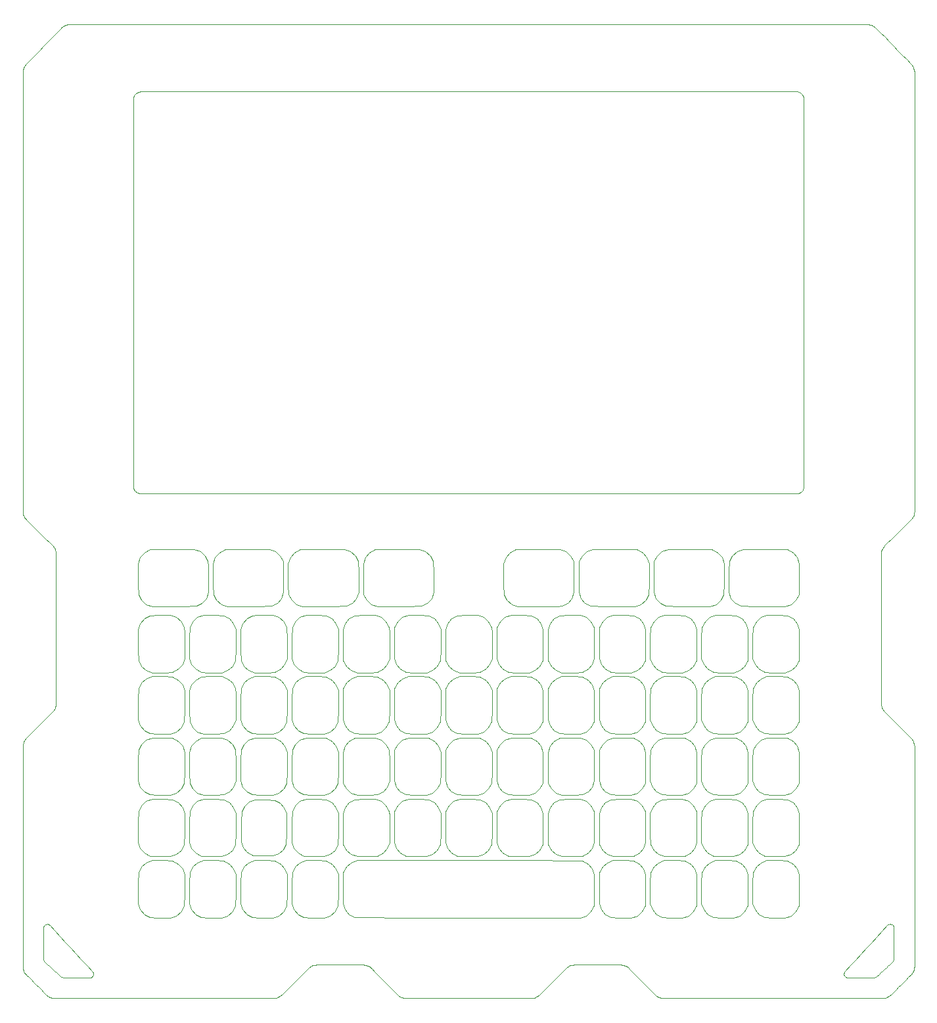
<source format=gbr>
%TF.GenerationSoftware,KiCad,Pcbnew,8.0.1*%
%TF.CreationDate,2024-04-02T00:15:24+02:00*%
%TF.ProjectId,frontpanel,66726f6e-7470-4616-9e65-6c2e6b696361,rev?*%
%TF.SameCoordinates,Original*%
%TF.FileFunction,Profile,NP*%
%FSLAX46Y46*%
G04 Gerber Fmt 4.6, Leading zero omitted, Abs format (unit mm)*
G04 Created by KiCad (PCBNEW 8.0.1) date 2024-04-02 00:15:24*
%MOMM*%
%LPD*%
G01*
G04 APERTURE LIST*
%TA.AperFunction,Profile*%
%ADD10C,0.100000*%
%TD*%
G04 APERTURE END LIST*
D10*
%TO.C,N1*%
X53936340Y-24752000D02*
X53256270Y-25490450D01*
X53256270Y-25490450D02*
X52576200Y-26228910D01*
X52576200Y-26228910D02*
X51896140Y-26967360D01*
X51896140Y-26967360D02*
X51216070Y-27705810D01*
X51216070Y-27705810D02*
X50536000Y-28444260D01*
X50536000Y-28444260D02*
X49855930Y-29182720D01*
X49855930Y-29182720D02*
X49175870Y-29921170D01*
X49175870Y-29921170D02*
X48495800Y-30659620D01*
X48495800Y-30659620D02*
X48458900Y-30699620D01*
X48458900Y-30699620D02*
X48387800Y-30832320D01*
X48387800Y-30832320D02*
X48360400Y-30972430D01*
X48360400Y-30972430D02*
X48374470Y-31111550D01*
X48374470Y-31111550D02*
X48424070Y-31241280D01*
X48424070Y-31241280D02*
X48507170Y-31353210D01*
X48507170Y-31353210D02*
X48619630Y-31438910D01*
X48619630Y-31438910D02*
X48757710Y-31490010D01*
X48757710Y-31490010D02*
X49260460Y-31498230D01*
X49260460Y-31498230D02*
X49657510Y-31498360D01*
X49657510Y-31498360D02*
X50054560Y-31498480D01*
X50054560Y-31498480D02*
X50451610Y-31498610D01*
X50451610Y-31498610D02*
X50848660Y-31498740D01*
X50848660Y-31498740D02*
X51245710Y-31498860D01*
X51245710Y-31498860D02*
X51642770Y-31498990D01*
X51642770Y-31498990D02*
X52039820Y-31499110D01*
X52039820Y-31499110D02*
X52067920Y-31499110D01*
X52067920Y-31499110D02*
X52151520Y-31492110D01*
X52151520Y-31492110D02*
X52233720Y-31478510D01*
X52233720Y-31478510D02*
X52313920Y-31456410D01*
X52313920Y-31456410D02*
X52391820Y-31428010D01*
X52391820Y-31428010D02*
X52466720Y-31392210D01*
X52466720Y-31392210D02*
X52538120Y-31349410D01*
X52538120Y-31349410D02*
X52605720Y-31300010D01*
X52605720Y-31300010D02*
X52880940Y-31049840D01*
X52880940Y-31049840D02*
X53113860Y-30836680D01*
X53113860Y-30836680D02*
X53346780Y-30623510D01*
X53346780Y-30623510D02*
X53579710Y-30410350D01*
X53579710Y-30410350D02*
X53812630Y-30197180D01*
X53812630Y-30197180D02*
X54045550Y-29984010D01*
X54045550Y-29984010D02*
X54278470Y-29770850D01*
X54278470Y-29770850D02*
X54511390Y-29557680D01*
X54511390Y-29557680D02*
X54534690Y-29536380D01*
X54534690Y-29536380D02*
X54598090Y-29467180D01*
X54598090Y-29467180D02*
X54653690Y-29392380D01*
X54653690Y-29392380D02*
X54700990Y-29312480D01*
X54700990Y-29312480D02*
X54739890Y-29228280D01*
X54739890Y-29228280D02*
X54770290Y-29140580D01*
X54770290Y-29140580D02*
X54790190Y-29049780D01*
X54790190Y-29049780D02*
X54801790Y-28956780D01*
X54801790Y-28956780D02*
X54803840Y-28418320D01*
X54803840Y-28418320D02*
X54803880Y-27942870D01*
X54803880Y-27942870D02*
X54803920Y-27467410D01*
X54803920Y-27467410D02*
X54803970Y-26991960D01*
X54803970Y-26991960D02*
X54804020Y-26516500D01*
X54804020Y-26516500D02*
X54804060Y-26041040D01*
X54804060Y-26041040D02*
X54804100Y-25565590D01*
X54804100Y-25565590D02*
X54804150Y-25090130D01*
X54804150Y-25090130D02*
X54804150Y-25033230D01*
X54804150Y-25033230D02*
X54763650Y-24882170D01*
X54763650Y-24882170D02*
X54683350Y-24758250D01*
X54683350Y-24758250D02*
X54572740Y-24665360D01*
X54572740Y-24665360D02*
X54441370Y-24606960D01*
X54441370Y-24606960D02*
X54298740Y-24587260D01*
X54298740Y-24587260D02*
X54154220Y-24609260D01*
X54154220Y-24609260D02*
X54017410Y-24676660D01*
X54017410Y-24676660D02*
X53936340Y-24752000D01*
X-57449930Y-10344990D02*
X-57449930Y-6045970D01*
X-57449930Y-6045970D02*
X-57449930Y-1746920D01*
X-57449930Y-1746920D02*
X-57449930Y-1694520D01*
X-57449930Y-1694520D02*
X-57436930Y-1538910D01*
X-57436930Y-1538910D02*
X-57409330Y-1386220D01*
X-57409330Y-1386220D02*
X-57367330Y-1237570D01*
X-57367330Y-1237570D02*
X-57311230Y-1093830D01*
X-57311230Y-1093830D02*
X-57241530Y-956140D01*
X-57241530Y-956140D02*
X-57158530Y-825290D01*
X-57158530Y-825290D02*
X-57062830Y-702500D01*
X-57062830Y-702500D02*
X-56566930Y-193650D01*
X-56566930Y-193650D02*
X-56142500Y238860D01*
X-56142500Y238860D02*
X-55718060Y671360D01*
X-55718060Y671360D02*
X-55293630Y1103870D01*
X-55293630Y1103870D02*
X-54869190Y1536370D01*
X-54869190Y1536370D02*
X-54444760Y1968880D01*
X-54444760Y1968880D02*
X-54020320Y2401380D01*
X-54020320Y2401380D02*
X-53595890Y2833890D01*
X-53595890Y2833890D02*
X-53559190Y2871290D01*
X-53559190Y2871290D02*
X-53459220Y2991250D01*
X-53459220Y2991250D02*
X-53371920Y3119480D01*
X-53371920Y3119480D02*
X-53297720Y3255050D01*
X-53297720Y3255050D02*
X-53237020Y3396890D01*
X-53237020Y3396890D02*
X-53190320Y3544030D01*
X-53190320Y3544030D02*
X-53157920Y3695490D01*
X-53157920Y3695490D02*
X-53140320Y3850130D01*
X-53140320Y3850130D02*
X-53137320Y6682590D01*
X-53137320Y6682590D02*
X-53137320Y9410540D01*
X-53137320Y9410540D02*
X-53137320Y12138490D01*
X-53137320Y12138490D02*
X-53137690Y14866430D01*
X-53137690Y14866430D02*
X-53138060Y17594380D01*
X-53138060Y17594380D02*
X-53138060Y20322320D01*
X-53138060Y20322320D02*
X-53138060Y23050265D01*
X-53138060Y23050265D02*
X-53138060Y23103885D01*
X-53138060Y23103885D02*
X-53151060Y23262986D01*
X-53151060Y23262986D02*
X-53180260Y23418962D01*
X-53180260Y23418962D02*
X-53224160Y23570735D01*
X-53224160Y23570735D02*
X-53282660Y23717224D01*
X-53282660Y23717224D02*
X-53355460Y23857341D01*
X-53355460Y23857341D02*
X-53442060Y23990036D01*
X-53442060Y23990036D02*
X-53541960Y24114190D01*
X-53541960Y24114190D02*
X-54035770Y24603410D01*
X-54035770Y24603410D02*
X-54455180Y25015675D01*
X-54455180Y25015675D02*
X-54874590Y25427940D01*
X-54874590Y25427940D02*
X-55294000Y25840205D01*
X-55294000Y25840205D02*
X-55713400Y26252470D01*
X-55713400Y26252470D02*
X-56132810Y26664735D01*
X-56132810Y26664735D02*
X-56552220Y27077000D01*
X-56552220Y27077000D02*
X-56971630Y27489265D01*
X-56971630Y27489265D02*
X-57009930Y27526835D01*
X-57009930Y27526835D02*
X-57114100Y27647839D01*
X-57114100Y27647839D02*
X-57205200Y27777775D01*
X-57205200Y27777775D02*
X-57282600Y27915543D01*
X-57282600Y27915543D02*
X-57346000Y28060061D01*
X-57346000Y28060061D02*
X-57394900Y28210229D01*
X-57394900Y28210229D02*
X-57428800Y28364964D01*
X-57428800Y28364964D02*
X-57447000Y28523177D01*
X-57447000Y28523177D02*
X-57450000Y32647359D01*
X-57450000Y32647359D02*
X-57450000Y36664572D01*
X-57450000Y36664572D02*
X-57450000Y40681786D01*
X-57450000Y40681786D02*
X-57450000Y69074859D01*
X-57450000Y69074859D02*
X-57450000Y73092073D01*
X-57450000Y73092073D02*
X-57450000Y77109286D01*
X-57450000Y77109286D02*
X-57450000Y81126500D01*
X-57450000Y81126500D02*
X-57450000Y85143714D01*
X-57450000Y85143714D02*
X-57450000Y85195744D01*
X-57450000Y85195744D02*
X-57438000Y85350249D01*
X-57438000Y85350249D02*
X-57410700Y85501907D01*
X-57410700Y85501907D02*
X-57369300Y85649712D01*
X-57369300Y85649712D02*
X-57314000Y85792677D01*
X-57314000Y85792677D02*
X-57245200Y85929806D01*
X-57245200Y85929806D02*
X-57163400Y86060102D01*
X-57163400Y86060102D02*
X-57068900Y86182561D01*
X-57068900Y86182561D02*
X-56438240Y86835238D01*
X-56438240Y86835238D02*
X-55878080Y87411632D01*
X-55878080Y87411632D02*
X-55317910Y87988025D01*
X-55317910Y87988025D02*
X-54757740Y88564419D01*
X-54757740Y88564419D02*
X-54197580Y89140813D01*
X-54197580Y89140813D02*
X-53637410Y89717207D01*
X-53637410Y89717207D02*
X-53077240Y90293600D01*
X-53077240Y90293600D02*
X-52517070Y90869994D01*
X-52517070Y90869994D02*
X-52479370Y90908754D01*
X-52479370Y90908754D02*
X-52358000Y91014329D01*
X-52358000Y91014329D02*
X-52227490Y91106619D01*
X-52227490Y91106619D02*
X-52089130Y91185139D01*
X-52089130Y91185139D02*
X-51943740Y91249449D01*
X-51943740Y91249449D02*
X-51792710Y91299049D01*
X-51792710Y91299049D02*
X-51636940Y91333499D01*
X-51636940Y91333499D02*
X-51477560Y91352339D01*
X-51477560Y91352339D02*
X-39765090Y91355039D01*
X-39765090Y91355039D02*
X-28160330Y91355039D01*
X-28160330Y91355039D02*
X-16555570Y91355039D01*
X-16555570Y91355039D02*
X-10753195Y91355039D01*
X-10753195Y91355039D02*
X-7852006Y91355039D01*
X-7852006Y91355039D02*
X7851000Y91355039D01*
X7851000Y91355039D02*
X10752190Y91355039D01*
X10752190Y91355039D02*
X16554570Y91355039D01*
X16554570Y91355039D02*
X28159330Y91355039D01*
X28159330Y91355039D02*
X39764080Y91355039D01*
X39764080Y91355039D02*
X51368840Y91355039D01*
X51368840Y91355039D02*
X51422940Y91355039D01*
X51422940Y91355039D02*
X51583270Y91341539D01*
X51583270Y91341539D02*
X51740450Y91312249D01*
X51740450Y91312249D02*
X51893280Y91267649D01*
X51893280Y91267649D02*
X52040650Y91208189D01*
X52040650Y91208189D02*
X52181570Y91134359D01*
X52181570Y91134359D02*
X52314840Y91046599D01*
X52314840Y91046599D02*
X52439360Y90945409D01*
X52439360Y90945409D02*
X53076550Y90293600D01*
X53076550Y90293600D02*
X53636670Y89717207D01*
X53636670Y89717207D02*
X54196800Y89140813D01*
X54196800Y89140813D02*
X54756920Y88564419D01*
X54756920Y88564419D02*
X55317040Y87988025D01*
X55317040Y87988025D02*
X55877170Y87411632D01*
X55877170Y87411632D02*
X56437290Y86835238D01*
X56437290Y86835238D02*
X56997410Y86258844D01*
X56997410Y86258844D02*
X57033610Y86221494D01*
X57033610Y86221494D02*
X57132300Y86101861D01*
X57132300Y86101861D02*
X57218400Y85974072D01*
X57218400Y85974072D02*
X57291600Y85839106D01*
X57291600Y85839106D02*
X57351400Y85697977D01*
X57351400Y85697977D02*
X57397500Y85551672D01*
X57397500Y85551672D02*
X57429600Y85401187D01*
X57429600Y85401187D02*
X57447000Y85247529D01*
X57447000Y85247529D02*
X57450000Y81126500D01*
X57450000Y81126500D02*
X57450000Y77109286D01*
X57450000Y77109286D02*
X57450000Y73092073D01*
X57450000Y73092073D02*
X57450000Y69074859D01*
X57450000Y69074859D02*
X57450000Y40681785D01*
X57450000Y40681785D02*
X57450000Y36664571D01*
X57450000Y36664571D02*
X57450000Y32647358D01*
X57450000Y32647358D02*
X57450000Y28630144D01*
X57450000Y28630144D02*
X57450000Y28576524D01*
X57450000Y28576524D02*
X57437000Y28417396D01*
X57437000Y28417396D02*
X57407800Y28261383D01*
X57407800Y28261383D02*
X57363900Y28109568D01*
X57363900Y28109568D02*
X57305400Y27963040D01*
X57305400Y27963040D02*
X57232600Y27822902D01*
X57232600Y27822902D02*
X57146000Y27690234D01*
X57146000Y27690234D02*
X57046100Y27566138D01*
X57046100Y27566138D02*
X56552220Y27076999D01*
X56552220Y27076999D02*
X56132810Y26664734D01*
X56132810Y26664734D02*
X55713400Y26252469D01*
X55713400Y26252469D02*
X55294000Y25840204D01*
X55294000Y25840204D02*
X54874590Y25427939D01*
X54874590Y25427939D02*
X54455180Y25015674D01*
X54455180Y25015674D02*
X54035770Y24603409D01*
X54035770Y24603409D02*
X53616360Y24191144D01*
X53616360Y24191144D02*
X53578160Y24153534D01*
X53578160Y24153534D02*
X53474000Y24032449D01*
X53474000Y24032449D02*
X53383000Y23902485D01*
X53383000Y23902485D02*
X53305700Y23764710D01*
X53305700Y23764710D02*
X53242400Y23620223D01*
X53242400Y23620223D02*
X53193500Y23470094D01*
X53193500Y23470094D02*
X53159600Y23315401D01*
X53159600Y23315401D02*
X53141400Y23157225D01*
X53141400Y23157225D02*
X53138400Y20322320D01*
X53138400Y20322320D02*
X53138400Y17594380D01*
X53138400Y17594380D02*
X53138000Y14866440D01*
X53138000Y14866440D02*
X53137590Y12138490D01*
X53137590Y12138490D02*
X53137590Y9410550D01*
X53137590Y9410550D02*
X53137590Y6682600D01*
X53137590Y6682600D02*
X53137590Y3954660D01*
X53137590Y3954660D02*
X53137590Y3902260D01*
X53137590Y3902260D02*
X53150590Y3746740D01*
X53150590Y3746740D02*
X53178190Y3594100D01*
X53178190Y3594100D02*
X53220190Y3445440D01*
X53220190Y3445440D02*
X53276290Y3301690D01*
X53276290Y3301690D02*
X53345990Y3163860D01*
X53345990Y3163860D02*
X53428790Y3033080D01*
X53428790Y3033080D02*
X53524490Y2910250D01*
X53524490Y2910250D02*
X54020320Y2401390D01*
X54020320Y2401390D02*
X54444800Y1968880D01*
X54444800Y1968880D02*
X54869280Y1536380D01*
X54869280Y1536380D02*
X55293760Y1103870D01*
X55293760Y1103870D02*
X55718240Y671370D01*
X55718240Y671370D02*
X56142720Y238860D01*
X56142720Y238860D02*
X56567200Y-193640D01*
X56567200Y-193640D02*
X56991680Y-626150D01*
X56991680Y-626150D02*
X57028380Y-663550D01*
X57028380Y-663550D02*
X57128330Y-783400D01*
X57128330Y-783400D02*
X57215630Y-911680D01*
X57215630Y-911680D02*
X57289730Y-1047140D01*
X57289730Y-1047140D02*
X57350230Y-1189030D01*
X57350230Y-1189030D02*
X57396930Y-1336150D01*
X57396930Y-1336150D02*
X57429330Y-1487620D01*
X57429330Y-1487620D02*
X57446930Y-1642310D01*
X57446930Y-1642310D02*
X57449930Y-6045970D01*
X57449930Y-6045970D02*
X57449930Y-10344990D01*
X57449930Y-10344990D02*
X57449950Y-14644030D01*
X57449950Y-14644030D02*
X57450000Y-25691910D01*
X57450000Y-25691910D02*
X57450000Y-29990950D01*
X57450000Y-29990950D02*
X57450000Y-30043950D01*
X57450000Y-30043950D02*
X57437000Y-30201160D01*
X57437000Y-30201160D02*
X57408700Y-30355340D01*
X57408700Y-30355340D02*
X57365800Y-30505510D01*
X57365800Y-30505510D02*
X57308500Y-30650540D01*
X57308500Y-30650540D02*
X57237400Y-30789460D01*
X57237400Y-30789460D02*
X57152900Y-30921220D01*
X57152900Y-30921220D02*
X57055200Y-31044570D01*
X57055200Y-31044570D02*
X56663820Y-31440430D01*
X56663820Y-31440430D02*
X56345210Y-31759600D01*
X56345210Y-31759600D02*
X56026610Y-32078780D01*
X56026610Y-32078780D02*
X55708010Y-32397960D01*
X55708010Y-32397960D02*
X55389410Y-32717130D01*
X55389410Y-32717130D02*
X55070800Y-33036310D01*
X55070800Y-33036310D02*
X54752200Y-33355480D01*
X54752200Y-33355480D02*
X54433600Y-33674660D01*
X54433600Y-33674660D02*
X54396100Y-33712260D01*
X54396100Y-33712260D02*
X54275480Y-33814660D01*
X54275480Y-33814660D02*
X54146290Y-33904160D01*
X54146290Y-33904160D02*
X54009450Y-33980260D01*
X54009450Y-33980260D02*
X53866120Y-34042560D01*
X53866120Y-34042560D02*
X53717240Y-34090560D01*
X53717240Y-34090560D02*
X53563950Y-34123960D01*
X53563950Y-34123960D02*
X53407180Y-34141960D01*
X53407180Y-34141960D02*
X49785450Y-34144960D01*
X49785450Y-34144960D02*
X46269710Y-34144960D01*
X46269710Y-34144960D02*
X42753980Y-34144960D01*
X42753980Y-34144960D02*
X39238240Y-34144960D01*
X39238240Y-34144960D02*
X35722500Y-34144960D01*
X35722500Y-34144960D02*
X32206760Y-34144960D01*
X32206760Y-34144960D02*
X28691020Y-34144960D01*
X28691020Y-34144960D02*
X25175280Y-34144960D01*
X25175280Y-34144960D02*
X25122080Y-34144960D01*
X25122080Y-34144960D02*
X24964230Y-34131960D01*
X24964230Y-34131960D02*
X24809450Y-34103260D01*
X24809450Y-34103260D02*
X24658720Y-34059860D01*
X24658720Y-34059860D02*
X24513200Y-34002160D01*
X24513200Y-34002160D02*
X24373850Y-33930360D01*
X24373850Y-33930360D02*
X24241840Y-33845060D01*
X24241840Y-33845060D02*
X24118220Y-33746760D01*
X24118220Y-33746760D02*
X23622000Y-33252250D01*
X23622000Y-33252250D02*
X23202550Y-32830990D01*
X23202550Y-32830990D02*
X22783100Y-32409730D01*
X22783100Y-32409730D02*
X22363640Y-31988470D01*
X22363640Y-31988470D02*
X21944190Y-31567200D01*
X21944190Y-31567200D02*
X21524740Y-31145940D01*
X21524740Y-31145940D02*
X21105290Y-30724680D01*
X21105290Y-30724680D02*
X20685830Y-30303420D01*
X20685830Y-30303420D02*
X20648330Y-30265720D01*
X20648330Y-30265720D02*
X20527780Y-30163090D01*
X20527780Y-30163090D02*
X20398550Y-30073390D01*
X20398550Y-30073390D02*
X20261590Y-29997190D01*
X20261590Y-29997190D02*
X20117990Y-29934890D01*
X20117990Y-29934890D02*
X19968890Y-29886790D01*
X19968890Y-29886790D02*
X19815380Y-29853390D01*
X19815380Y-29853390D02*
X19658410Y-29835390D01*
X19658410Y-29835390D02*
X18812620Y-29832390D01*
X18812620Y-29832390D02*
X18072890Y-29832390D01*
X18072890Y-29832390D02*
X17333160Y-29832390D01*
X17333160Y-29832390D02*
X16593430Y-29832390D01*
X16593430Y-29832390D02*
X15853700Y-29832390D01*
X15853700Y-29832390D02*
X15113970Y-29832390D01*
X15113970Y-29832390D02*
X14374230Y-29832390D01*
X14374230Y-29832390D02*
X13634500Y-29832390D01*
X13634500Y-29832390D02*
X13581100Y-29832390D01*
X13581100Y-29832390D02*
X13422470Y-29845390D01*
X13422470Y-29845390D02*
X13266980Y-29874290D01*
X13266980Y-29874290D02*
X13115590Y-29917990D01*
X13115590Y-29917990D02*
X12969500Y-29976190D01*
X12969500Y-29976190D02*
X12829770Y-30048490D01*
X12829770Y-30048490D02*
X12697390Y-30134490D01*
X12697390Y-30134490D02*
X12573550Y-30233690D01*
X12573550Y-30233690D02*
X12081320Y-30727880D01*
X12081320Y-30727880D02*
X11665830Y-31148120D01*
X11665830Y-31148120D02*
X11250350Y-31568370D01*
X11250350Y-31568370D02*
X10834860Y-31988620D01*
X10834860Y-31988620D02*
X10419380Y-32408860D01*
X10419380Y-32408860D02*
X10003890Y-32829110D01*
X10003890Y-32829110D02*
X9588410Y-33249350D01*
X9588410Y-33249350D02*
X9172920Y-33669600D01*
X9172920Y-33669600D02*
X9135320Y-33707600D01*
X9135320Y-33707600D02*
X9014360Y-33811020D01*
X9014360Y-33811020D02*
X8884580Y-33901420D01*
X8884580Y-33901420D02*
X8747130Y-33978320D01*
X8747130Y-33978320D02*
X8602990Y-34041320D01*
X8602990Y-34041320D02*
X8453310Y-34089920D01*
X8453310Y-34089920D02*
X8299150Y-34123620D01*
X8299150Y-34123620D02*
X8141480Y-34141820D01*
X8141480Y-34141820D02*
X7263650Y-34144820D01*
X7263650Y-34144820D02*
X6492430Y-34144820D01*
X6492430Y-34144820D02*
X5721210Y-34144820D01*
X5721210Y-34144820D02*
X-4949080Y-34144820D01*
X-4949080Y-34144820D02*
X-5720300Y-34144820D01*
X-5720300Y-34144820D02*
X-6491510Y-34144820D01*
X-6491510Y-34144820D02*
X-7262740Y-34144820D01*
X-7262740Y-34144820D02*
X-8033960Y-34144820D01*
X-8033960Y-34144820D02*
X-8087360Y-34144820D01*
X-8087360Y-34144820D02*
X-8245970Y-34131820D01*
X-8245970Y-34131820D02*
X-8401430Y-34102820D01*
X-8401430Y-34102820D02*
X-8552780Y-34059120D01*
X-8552780Y-34059120D02*
X-8698830Y-34000920D01*
X-8698830Y-34000920D02*
X-8838540Y-33928520D01*
X-8838540Y-33928520D02*
X-8970920Y-33842620D01*
X-8970920Y-33842620D02*
X-9094820Y-33743520D01*
X-9094820Y-33743520D02*
X-9587150Y-33249350D01*
X-9587150Y-33249350D02*
X-10002630Y-32829110D01*
X-10002630Y-32829110D02*
X-10418110Y-32408860D01*
X-10418110Y-32408860D02*
X-10833600Y-31988620D01*
X-10833600Y-31988620D02*
X-11249080Y-31568370D01*
X-11249080Y-31568370D02*
X-11664570Y-31148120D01*
X-11664570Y-31148120D02*
X-12080050Y-30727880D01*
X-12080050Y-30727880D02*
X-12495530Y-30307630D01*
X-12495530Y-30307630D02*
X-12533130Y-30269630D01*
X-12533130Y-30269630D02*
X-12653990Y-30166090D01*
X-12653990Y-30166090D02*
X-12783730Y-30075690D01*
X-12783730Y-30075690D02*
X-12921170Y-29998690D01*
X-12921170Y-29998690D02*
X-13065330Y-29935790D01*
X-13065330Y-29935790D02*
X-13215060Y-29887190D01*
X-13215060Y-29887190D02*
X-13369260Y-29853490D01*
X-13369260Y-29853490D02*
X-13526960Y-29835390D01*
X-13526960Y-29835390D02*
X-14374240Y-29832390D01*
X-14374240Y-29832390D02*
X-15113980Y-29832390D01*
X-15113980Y-29832390D02*
X-15853710Y-29832390D01*
X-15853710Y-29832390D02*
X-16593440Y-29832390D01*
X-16593440Y-29832390D02*
X-17333170Y-29832390D01*
X-17333170Y-29832390D02*
X-18072900Y-29832390D01*
X-18072900Y-29832390D02*
X-18812630Y-29832390D01*
X-18812630Y-29832390D02*
X-19552360Y-29832390D01*
X-19552360Y-29832390D02*
X-19605560Y-29832390D01*
X-19605560Y-29832390D02*
X-19763400Y-29845390D01*
X-19763400Y-29845390D02*
X-19918140Y-29873990D01*
X-19918140Y-29873990D02*
X-20068710Y-29917190D01*
X-20068710Y-29917190D02*
X-20214260Y-29974890D01*
X-20214260Y-29974890D02*
X-20353450Y-30046490D01*
X-20353450Y-30046490D02*
X-20485410Y-30131690D01*
X-20485410Y-30131690D02*
X-20609090Y-30230090D01*
X-20609090Y-30230090D02*
X-21105290Y-30724680D01*
X-21105290Y-30724680D02*
X-21524740Y-31145940D01*
X-21524740Y-31145940D02*
X-21944190Y-31567200D01*
X-21944190Y-31567200D02*
X-22363640Y-31988470D01*
X-22363640Y-31988470D02*
X-22783100Y-32409730D01*
X-22783100Y-32409730D02*
X-23202550Y-32830990D01*
X-23202550Y-32830990D02*
X-23622000Y-33252250D01*
X-23622000Y-33252250D02*
X-24041450Y-33673510D01*
X-24041450Y-33673510D02*
X-24078950Y-33711210D01*
X-24078950Y-33711210D02*
X-24199600Y-33813760D01*
X-24199600Y-33813760D02*
X-24328890Y-33903460D01*
X-24328890Y-33903460D02*
X-24465870Y-33979760D01*
X-24465870Y-33979760D02*
X-24609480Y-34042160D01*
X-24609480Y-34042160D02*
X-24758570Y-34090460D01*
X-24758570Y-34090460D02*
X-24912110Y-34123860D01*
X-24912110Y-34123860D02*
X-25069130Y-34141960D01*
X-25069130Y-34141960D02*
X-28691010Y-34144960D01*
X-28691010Y-34144960D02*
X-32206750Y-34144960D01*
X-32206750Y-34144960D02*
X-35722490Y-34144960D01*
X-35722490Y-34144960D02*
X-39238230Y-34144960D01*
X-39238230Y-34144960D02*
X-42753970Y-34144960D01*
X-42753970Y-34144960D02*
X-46269710Y-34144960D01*
X-46269710Y-34144960D02*
X-49785440Y-34144960D01*
X-49785440Y-34144960D02*
X-53301180Y-34144960D01*
X-53301180Y-34144960D02*
X-53354280Y-34144960D01*
X-53354280Y-34144960D02*
X-53511880Y-34131960D01*
X-53511880Y-34131960D02*
X-53666400Y-34103360D01*
X-53666400Y-34103360D02*
X-53816890Y-34060160D01*
X-53816890Y-34060160D02*
X-53962200Y-34002560D01*
X-53962200Y-34002560D02*
X-54101370Y-33931060D01*
X-54101370Y-33931060D02*
X-54233240Y-33845960D01*
X-54233240Y-33845960D02*
X-54356870Y-33747860D01*
X-54356870Y-33747860D02*
X-54752210Y-33355480D01*
X-54752210Y-33355480D02*
X-55070810Y-33036310D01*
X-55070810Y-33036310D02*
X-55389410Y-32717130D01*
X-55389410Y-32717130D02*
X-55708010Y-32397960D01*
X-55708010Y-32397960D02*
X-56026620Y-32078780D01*
X-56026620Y-32078780D02*
X-56345220Y-31759600D01*
X-56345220Y-31759600D02*
X-56663820Y-31440430D01*
X-56663820Y-31440430D02*
X-56982420Y-31121250D01*
X-56982420Y-31121250D02*
X-57019820Y-31083750D01*
X-57019820Y-31083750D02*
X-57121600Y-30963370D01*
X-57121600Y-30963370D02*
X-57210600Y-30834220D01*
X-57210600Y-30834220D02*
X-57286300Y-30697660D01*
X-57286300Y-30697660D02*
X-57348200Y-30554540D01*
X-57348200Y-30554540D02*
X-57395900Y-30405910D01*
X-57395900Y-30405910D02*
X-57429000Y-30252940D01*
X-57429000Y-30252940D02*
X-57447000Y-30096660D01*
X-57447000Y-30096660D02*
X-57450000Y-25691910D01*
X-57450000Y-25691910D02*
X-57449950Y-14644030D01*
X-57449950Y-14644030D02*
X-57449930Y-10344990D01*
X-54804158Y-25090080D02*
X-54804113Y-25565540D01*
X-54804113Y-25565540D02*
X-54804068Y-26040990D01*
X-54804068Y-26040990D02*
X-54804023Y-26516450D01*
X-54804023Y-26516450D02*
X-54803978Y-26991910D01*
X-54803978Y-26991910D02*
X-54803933Y-27467360D01*
X-54803933Y-27467360D02*
X-54803888Y-27942820D01*
X-54803888Y-27942820D02*
X-54803843Y-28418270D01*
X-54803843Y-28418270D02*
X-54803798Y-28893730D01*
X-54803798Y-28893730D02*
X-54803798Y-28925330D01*
X-54803798Y-28925330D02*
X-54795598Y-29018930D01*
X-54795598Y-29018930D02*
X-54777918Y-29110530D01*
X-54777918Y-29110530D02*
X-54750898Y-29199330D01*
X-54750898Y-29199330D02*
X-54714978Y-29284830D01*
X-54714978Y-29284830D02*
X-54670428Y-29366230D01*
X-54670428Y-29366230D02*
X-54617568Y-29442830D01*
X-54617568Y-29442830D02*
X-54556678Y-29514030D01*
X-54556678Y-29514030D02*
X-54278437Y-29770890D01*
X-54278437Y-29770890D02*
X-54045516Y-29984060D01*
X-54045516Y-29984060D02*
X-53812594Y-30197230D01*
X-53812594Y-30197230D02*
X-53579673Y-30410390D01*
X-53579673Y-30410390D02*
X-53346752Y-30623550D01*
X-53346752Y-30623550D02*
X-53113831Y-30836720D01*
X-53113831Y-30836720D02*
X-52880909Y-31049890D01*
X-52880909Y-31049890D02*
X-52647988Y-31263050D01*
X-52647988Y-31263050D02*
X-52627218Y-31282050D01*
X-52627218Y-31282050D02*
X-52561108Y-31333650D01*
X-52561108Y-31333650D02*
X-52490898Y-31378650D01*
X-52490898Y-31378650D02*
X-52417108Y-31416850D01*
X-52417108Y-31416850D02*
X-52340238Y-31448050D01*
X-52340238Y-31448050D02*
X-52260798Y-31472450D01*
X-52260798Y-31472450D02*
X-52179288Y-31488550D01*
X-52179288Y-31488550D02*
X-52096208Y-31498150D01*
X-52096208Y-31498150D02*
X-51643053Y-31499020D01*
X-51643053Y-31499020D02*
X-51245958Y-31498900D01*
X-51245958Y-31498900D02*
X-50848863Y-31498780D01*
X-50848863Y-31498780D02*
X-50451768Y-31498650D01*
X-50451768Y-31498650D02*
X-50054673Y-31498520D01*
X-50054673Y-31498520D02*
X-49657578Y-31498400D01*
X-49657578Y-31498400D02*
X-49260483Y-31498270D01*
X-49260483Y-31498270D02*
X-48863388Y-31498150D01*
X-48863388Y-31498150D02*
X-48808928Y-31498150D01*
X-48808928Y-31498150D02*
X-48663089Y-31460450D01*
X-48663089Y-31460450D02*
X-48541715Y-31385350D01*
X-48541715Y-31385350D02*
X-48448474Y-31281250D01*
X-48448474Y-31281250D02*
X-48387034Y-31156520D01*
X-48387034Y-31156520D02*
X-48361024Y-31019590D01*
X-48361024Y-31019590D02*
X-48374245Y-30878870D01*
X-48374245Y-30878870D02*
X-48430215Y-30742760D01*
X-48430215Y-30742760D02*
X-49175863Y-29920990D01*
X-49175863Y-29920990D02*
X-49855930Y-29182530D01*
X-49855930Y-29182530D02*
X-50535996Y-28444080D01*
X-50535996Y-28444080D02*
X-51216062Y-27705630D01*
X-51216062Y-27705630D02*
X-51896128Y-26967180D01*
X-51896128Y-26967180D02*
X-52576194Y-26228730D01*
X-52576194Y-26228730D02*
X-53256261Y-25490270D01*
X-53256261Y-25490270D02*
X-53936327Y-24751820D01*
X-53936327Y-24751820D02*
X-53974907Y-24709920D01*
X-53974907Y-24709920D02*
X-54107072Y-24626270D01*
X-54107072Y-24626270D02*
X-54250071Y-24589270D01*
X-54250071Y-24589270D02*
X-54394397Y-24595270D01*
X-54394397Y-24595270D02*
X-54530592Y-24641770D01*
X-54530592Y-24641770D02*
X-54649157Y-24723570D01*
X-54649157Y-24723570D02*
X-54740595Y-24837560D01*
X-54740595Y-24837560D02*
X-54795425Y-24979980D01*
X-54795425Y-24979980D02*
X-54804158Y-25090080D01*
X-42200001Y82703902D02*
X-21100001Y82703902D01*
X-21100001Y82703902D02*
X0Y82703902D01*
X0Y82703902D02*
X21100000Y82703902D01*
X21100000Y82703902D02*
X42200000Y82703902D01*
X42200000Y82703902D02*
X42338500Y82703902D01*
X42338500Y82703902D02*
X42709690Y82575092D01*
X42709690Y82575092D02*
X42998150Y82321286D01*
X42998150Y82321286D02*
X43172160Y81974156D01*
X43172160Y81974156D02*
X43199960Y69243906D01*
X43199960Y69243906D02*
X43199960Y56783906D01*
X43199960Y56783906D02*
X43199960Y44323906D01*
X43199960Y44323906D02*
X43199960Y31863906D01*
X43199960Y31863906D02*
X43199960Y31725406D01*
X43199960Y31725406D02*
X43071160Y31354218D01*
X43071160Y31354218D02*
X42817350Y31065786D01*
X42817350Y31065786D02*
X42470250Y30891780D01*
X42470250Y30891780D02*
X21100000Y30863910D01*
X21100000Y30863910D02*
X0Y30863910D01*
X0Y30863910D02*
X-21100001Y30863910D01*
X-21100001Y30863910D02*
X-42200001Y30863910D01*
X-42200001Y30863910D02*
X-42338501Y30863910D01*
X-42338501Y30863910D02*
X-42709688Y30992720D01*
X-42709688Y30992720D02*
X-42998131Y31246526D01*
X-42998131Y31246526D02*
X-43172127Y31593656D01*
X-43172127Y31593656D02*
X-43199997Y44323906D01*
X-43199997Y44323906D02*
X-43199997Y56783906D01*
X-43199997Y56783906D02*
X-43199997Y69243906D01*
X-43199997Y69243906D02*
X-43199997Y81703906D01*
X-43199997Y81703906D02*
X-43199997Y81842406D01*
X-43199997Y81842406D02*
X-43071187Y82213593D01*
X-43071187Y82213593D02*
X-42817381Y82502036D01*
X-42817381Y82502036D02*
X-42470251Y82676032D01*
X-42470251Y82676032D02*
X-42200001Y82703902D01*
X-5750368Y-71680D02*
X-5453515Y-71680D01*
X-5453515Y-71680D02*
X-4656269Y206070D01*
X-4656269Y206070D02*
X-4035551Y752570D01*
X-4035551Y752570D02*
X-3660522Y1498650D01*
X-3660522Y1498650D02*
X-3600358Y2853300D01*
X-3600358Y2853300D02*
X-3600358Y3628310D01*
X-3600358Y3628310D02*
X-3600358Y4403310D01*
X-3600358Y4403310D02*
X-3600358Y5178320D01*
X-3600358Y5178320D02*
X-3600358Y5475170D01*
X-3600358Y5475170D02*
X-3878113Y6272420D01*
X-3878113Y6272420D02*
X-4424619Y6893140D01*
X-4424619Y6893140D02*
X-5170711Y7268160D01*
X-5170711Y7268160D02*
X-6175370Y7328320D01*
X-6175370Y7328320D02*
X-6600372Y7328320D01*
X-6600372Y7328320D02*
X-7025375Y7328320D01*
X-7025375Y7328320D02*
X-7450377Y7328320D01*
X-7450377Y7328320D02*
X-7747231Y7328320D01*
X-7747231Y7328320D02*
X-8544482Y7050570D01*
X-8544482Y7050570D02*
X-9165201Y6504060D01*
X-9165201Y6504060D02*
X-9540225Y5757970D01*
X-9540225Y5757970D02*
X-9600387Y4403310D01*
X-9600387Y4403310D02*
X-9600387Y3628310D01*
X-9600387Y3628310D02*
X-9600387Y2853300D01*
X-9600387Y2853300D02*
X-9600387Y2078300D01*
X-9600387Y2078300D02*
X-9600387Y1781450D01*
X-9600387Y1781450D02*
X-9322627Y984210D01*
X-9322627Y984210D02*
X-8776119Y363500D01*
X-8776119Y363500D02*
X-8030031Y-11520D01*
X-8030031Y-11520D02*
X-7025375Y-71680D01*
X-7025375Y-71680D02*
X-6600372Y-71680D01*
X-6600372Y-71680D02*
X-6175370Y-71680D01*
X-6175370Y-71680D02*
X-5750368Y-71680D01*
X7449700Y-15871690D02*
X7746550Y-15871690D01*
X7746550Y-15871690D02*
X8543800Y-15593940D01*
X8543800Y-15593940D02*
X9164520Y-15047430D01*
X9164520Y-15047430D02*
X9539550Y-14301340D01*
X9539550Y-14301340D02*
X9599710Y-12946690D01*
X9599710Y-12946690D02*
X9599710Y-12171690D01*
X9599710Y-12171690D02*
X9599710Y-11396700D01*
X9599710Y-11396700D02*
X9599710Y-10621700D01*
X9599710Y-10621700D02*
X9599710Y-10324850D01*
X9599710Y-10324850D02*
X9321960Y-9527600D01*
X9321960Y-9527600D02*
X8775450Y-8906880D01*
X8775450Y-8906880D02*
X8029360Y-8531860D01*
X8029360Y-8531860D02*
X7024700Y-8471700D01*
X7024700Y-8471700D02*
X6599690Y-8471700D01*
X6599690Y-8471700D02*
X6174690Y-8471700D01*
X6174690Y-8471700D02*
X5749690Y-8471700D01*
X5749690Y-8471700D02*
X5452840Y-8471700D01*
X5452840Y-8471700D02*
X4655590Y-8749450D01*
X4655590Y-8749450D02*
X4034870Y-9295960D01*
X4034870Y-9295960D02*
X3659840Y-10042050D01*
X3659840Y-10042050D02*
X3599680Y-11396700D01*
X3599680Y-11396700D02*
X3599680Y-12171690D01*
X3599680Y-12171690D02*
X3599680Y-12946690D01*
X3599680Y-12946690D02*
X3599680Y-13721690D01*
X3599680Y-13721690D02*
X3599680Y-14018540D01*
X3599680Y-14018540D02*
X3877430Y-14815790D01*
X3877430Y-14815790D02*
X4423940Y-15436510D01*
X4423940Y-15436510D02*
X5170030Y-15811530D01*
X5170030Y-15811530D02*
X6174690Y-15871690D01*
X6174690Y-15871690D02*
X6599690Y-15871690D01*
X6599690Y-15871690D02*
X7024700Y-15871690D01*
X7024700Y-15871690D02*
X7449700Y-15871690D01*
X-850344Y-571690D02*
X-1147199Y-571690D01*
X-1147199Y-571690D02*
X-1944449Y-849440D01*
X-1944449Y-849440D02*
X-2565169Y-1395950D01*
X-2565169Y-1395950D02*
X-2940193Y-2142040D01*
X-2940193Y-2142040D02*
X-3000355Y-3496690D01*
X-3000355Y-3496690D02*
X-3000355Y-4271690D01*
X-3000355Y-4271690D02*
X-3000355Y-5046680D01*
X-3000355Y-5046680D02*
X-3000355Y-5821680D01*
X-3000355Y-5821680D02*
X-3000355Y-6118530D01*
X-3000355Y-6118530D02*
X-2722603Y-6915780D01*
X-2722603Y-6915780D02*
X-2176097Y-7536500D01*
X-2176097Y-7536500D02*
X-1430003Y-7911530D01*
X-1430003Y-7911530D02*
X-425343Y-7971690D01*
X-425343Y-7971690D02*
X-342Y-7971690D01*
X-342Y-7971690D02*
X424660Y-7971690D01*
X424660Y-7971690D02*
X849660Y-7971690D01*
X849660Y-7971690D02*
X1146520Y-7971690D01*
X1146520Y-7971690D02*
X1943770Y-7693930D01*
X1943770Y-7693930D02*
X2564490Y-7147430D01*
X2564490Y-7147430D02*
X2939510Y-6401340D01*
X2939510Y-6401340D02*
X2999670Y-5046680D01*
X2999670Y-5046680D02*
X2999670Y-4271690D01*
X2999670Y-4271690D02*
X2999670Y-3496690D01*
X2999670Y-3496690D02*
X2999670Y-2721690D01*
X2999670Y-2721690D02*
X2999670Y-2424840D01*
X2999670Y-2424840D02*
X2721920Y-1627590D01*
X2721920Y-1627590D02*
X2175410Y-1006870D01*
X2175410Y-1006870D02*
X1429320Y-631850D01*
X1429320Y-631850D02*
X424660Y-571690D01*
X424660Y-571690D02*
X-342Y-571690D01*
X-342Y-571690D02*
X-425343Y-571690D01*
X-425343Y-571690D02*
X-850344Y-571690D01*
X-7450377Y-571690D02*
X-7747231Y-571690D01*
X-7747231Y-571690D02*
X-8544482Y-849440D01*
X-8544482Y-849440D02*
X-9165201Y-1395950D01*
X-9165201Y-1395950D02*
X-9540225Y-2142040D01*
X-9540225Y-2142040D02*
X-9600387Y-3496690D01*
X-9600387Y-3496690D02*
X-9600387Y-4271690D01*
X-9600387Y-4271690D02*
X-9600387Y-5046680D01*
X-9600387Y-5046680D02*
X-9600387Y-5821680D01*
X-9600387Y-5821680D02*
X-9600387Y-6118530D01*
X-9600387Y-6118530D02*
X-9322635Y-6915780D01*
X-9322635Y-6915780D02*
X-8776130Y-7536500D01*
X-8776130Y-7536500D02*
X-8030036Y-7911530D01*
X-8030036Y-7911530D02*
X-7025375Y-7971690D01*
X-7025375Y-7971690D02*
X-6600373Y-7971690D01*
X-6600373Y-7971690D02*
X-6175370Y-7971690D01*
X-6175370Y-7971690D02*
X-5750368Y-7971690D01*
X-5750368Y-7971690D02*
X-5453513Y-7971690D01*
X-5453513Y-7971690D02*
X-4656260Y-7693930D01*
X-4656260Y-7693930D02*
X-4035540Y-7147430D01*
X-4035540Y-7147430D02*
X-3660519Y-6401340D01*
X-3660519Y-6401340D02*
X-3600358Y-5046680D01*
X-3600358Y-5046680D02*
X-3600358Y-4271690D01*
X-3600358Y-4271690D02*
X-3600358Y-3496690D01*
X-3600358Y-3496690D02*
X-3600358Y-2721690D01*
X-3600358Y-2721690D02*
X-3600358Y-2424840D01*
X-3600358Y-2424840D02*
X-3878113Y-1627590D01*
X-3878113Y-1627590D02*
X-4424619Y-1006870D01*
X-4424619Y-1006870D02*
X-5170711Y-631850D01*
X-5170711Y-631850D02*
X-6175370Y-571690D01*
X-6175370Y-571690D02*
X-6600373Y-571690D01*
X-6600373Y-571690D02*
X-7025375Y-571690D01*
X-7025375Y-571690D02*
X-7450377Y-571690D01*
X-16200419Y-5821680D02*
X-16200419Y-5046680D01*
X-16200419Y-5046680D02*
X-16200419Y-4271690D01*
X-16200419Y-4271690D02*
X-16200419Y-3496690D01*
X-16200419Y-3496690D02*
X-16200419Y-2721690D01*
X-16200419Y-2721690D02*
X-16200419Y-2424840D01*
X-16200419Y-2424840D02*
X-15922664Y-1627590D01*
X-15922664Y-1627590D02*
X-15376158Y-1006870D01*
X-15376158Y-1006870D02*
X-14630066Y-631850D01*
X-14630066Y-631850D02*
X-13625407Y-571690D01*
X-13625407Y-571690D02*
X-13200405Y-571690D01*
X-13200405Y-571690D02*
X-12775403Y-571690D01*
X-12775403Y-571690D02*
X-12350401Y-571690D01*
X-12350401Y-571690D02*
X-12053546Y-571690D01*
X-12053546Y-571690D02*
X-11256296Y-849440D01*
X-11256296Y-849440D02*
X-10635576Y-1395950D01*
X-10635576Y-1395950D02*
X-10260552Y-2142040D01*
X-10260552Y-2142040D02*
X-10200390Y-3496690D01*
X-10200390Y-3496690D02*
X-10200390Y-4271690D01*
X-10200390Y-4271690D02*
X-10200390Y-5046680D01*
X-10200390Y-5046680D02*
X-10200390Y-5821680D01*
X-10200390Y-5821680D02*
X-10200390Y-6118530D01*
X-10200390Y-6118530D02*
X-10478142Y-6915780D01*
X-10478142Y-6915780D02*
X-11024648Y-7536500D01*
X-11024648Y-7536500D02*
X-11770742Y-7911530D01*
X-11770742Y-7911530D02*
X-12775403Y-7971690D01*
X-12775403Y-7971690D02*
X-13200405Y-7971690D01*
X-13200405Y-7971690D02*
X-13625407Y-7971690D01*
X-13625407Y-7971690D02*
X-14050409Y-7971690D01*
X-14050409Y-7971690D02*
X-14347264Y-7971690D01*
X-14347264Y-7971690D02*
X-15144517Y-7693930D01*
X-15144517Y-7693930D02*
X-15765237Y-7147430D01*
X-15765237Y-7147430D02*
X-16140258Y-6401340D01*
X-16140258Y-6401340D02*
X-16200419Y-5821680D01*
X-16800422Y-10621700D02*
X-16800422Y-10324850D01*
X-16800422Y-10324850D02*
X-17078177Y-9527600D01*
X-17078177Y-9527600D02*
X-17624683Y-8906880D01*
X-17624683Y-8906880D02*
X-18370775Y-8531860D01*
X-18370775Y-8531860D02*
X-19375435Y-8471700D01*
X-19375435Y-8471700D02*
X-19800437Y-8471700D01*
X-19800437Y-8471700D02*
X-20225439Y-8471700D01*
X-20225439Y-8471700D02*
X-20650441Y-8471700D01*
X-20650441Y-8471700D02*
X-20947296Y-8471700D01*
X-20947296Y-8471700D02*
X-21744546Y-8749450D01*
X-21744546Y-8749450D02*
X-22365266Y-9295960D01*
X-22365266Y-9295960D02*
X-22740290Y-10042050D01*
X-22740290Y-10042050D02*
X-22800452Y-11396700D01*
X-22800452Y-11396700D02*
X-22800452Y-12171690D01*
X-22800452Y-12171690D02*
X-22800452Y-12946690D01*
X-22800452Y-12946690D02*
X-22800452Y-13721690D01*
X-22800452Y-13721690D02*
X-22800452Y-14018540D01*
X-22800452Y-14018540D02*
X-22522697Y-14815790D01*
X-22522697Y-14815790D02*
X-21976191Y-15436510D01*
X-21976191Y-15436510D02*
X-21230099Y-15811530D01*
X-21230099Y-15811530D02*
X-20225439Y-15871690D01*
X-20225439Y-15871690D02*
X-19800437Y-15871690D01*
X-19800437Y-15871690D02*
X-19375435Y-15871690D01*
X-19375435Y-15871690D02*
X-18950433Y-15871690D01*
X-18950433Y-15871690D02*
X-18653578Y-15871690D01*
X-18653578Y-15871690D02*
X-17856328Y-15593940D01*
X-17856328Y-15593940D02*
X-17235608Y-15047430D01*
X-17235608Y-15047430D02*
X-16860584Y-14301340D01*
X-16860584Y-14301340D02*
X-16800422Y-12946690D01*
X-16800422Y-12946690D02*
X-16800422Y-12171690D01*
X-16800422Y-12171690D02*
X-16800422Y-11396700D01*
X-16800422Y-11396700D02*
X-16800422Y-10621700D01*
X-42600548Y-13721690D02*
X-42600548Y-14018540D01*
X-42600548Y-14018540D02*
X-42322793Y-14815790D01*
X-42322793Y-14815790D02*
X-41776288Y-15436510D01*
X-41776288Y-15436510D02*
X-41030196Y-15811530D01*
X-41030196Y-15811530D02*
X-40025537Y-15871690D01*
X-40025537Y-15871690D02*
X-39600535Y-15871690D01*
X-39600535Y-15871690D02*
X-39175532Y-15871690D01*
X-39175532Y-15871690D02*
X-38750530Y-15871690D01*
X-38750530Y-15871690D02*
X-38453676Y-15871690D01*
X-38453676Y-15871690D02*
X-37656425Y-15593940D01*
X-37656425Y-15593940D02*
X-37035706Y-15047430D01*
X-37035706Y-15047430D02*
X-36660682Y-14301340D01*
X-36660682Y-14301340D02*
X-36600520Y-12946690D01*
X-36600520Y-12946690D02*
X-36600520Y-12171690D01*
X-36600520Y-12171690D02*
X-36600520Y-11396700D01*
X-36600520Y-11396700D02*
X-36600520Y-10621700D01*
X-36600520Y-10621700D02*
X-36600520Y-10324850D01*
X-36600520Y-10324850D02*
X-36878275Y-9527600D01*
X-36878275Y-9527600D02*
X-37424781Y-8906880D01*
X-37424781Y-8906880D02*
X-38170873Y-8531860D01*
X-38170873Y-8531860D02*
X-39175532Y-8471700D01*
X-39175532Y-8471700D02*
X-39600535Y-8471700D01*
X-39600535Y-8471700D02*
X-40025537Y-8471700D01*
X-40025537Y-8471700D02*
X-40450539Y-8471700D01*
X-40450539Y-8471700D02*
X-40747393Y-8471700D01*
X-40747393Y-8471700D02*
X-41544643Y-8749450D01*
X-41544643Y-8749450D02*
X-42165363Y-9295960D01*
X-42165363Y-9295960D02*
X-42540386Y-10042050D01*
X-42540386Y-10042050D02*
X-42600548Y-11396700D01*
X-42600548Y-11396700D02*
X-42600548Y-12171690D01*
X-42600548Y-12171690D02*
X-42600548Y-12946690D01*
X-42600548Y-12946690D02*
X-42600548Y-13721690D01*
X-32150498Y-23771680D02*
X-31853645Y-23771680D01*
X-31853645Y-23771680D02*
X-31056399Y-23493930D01*
X-31056399Y-23493930D02*
X-30435679Y-22947430D01*
X-30435679Y-22947430D02*
X-30060650Y-22201350D01*
X-30060650Y-22201350D02*
X-30000486Y-20846700D01*
X-30000486Y-20846700D02*
X-30000486Y-20071690D01*
X-30000486Y-20071690D02*
X-30000486Y-19296680D01*
X-30000486Y-19296680D02*
X-30000486Y-18521680D01*
X-30000486Y-18521680D02*
X-30000486Y-18224830D01*
X-30000486Y-18224830D02*
X-30278241Y-17427580D01*
X-30278241Y-17427580D02*
X-30824748Y-16806860D01*
X-30824748Y-16806860D02*
X-31570840Y-16431840D01*
X-31570840Y-16431840D02*
X-32575500Y-16371680D01*
X-32575500Y-16371680D02*
X-33000502Y-16371680D01*
X-33000502Y-16371680D02*
X-33425505Y-16371680D01*
X-33425505Y-16371680D02*
X-33850507Y-16371680D01*
X-33850507Y-16371680D02*
X-34147361Y-16371680D01*
X-34147361Y-16371680D02*
X-34944612Y-16649430D01*
X-34944612Y-16649430D02*
X-35565331Y-17195940D01*
X-35565331Y-17195940D02*
X-35940355Y-17942030D01*
X-35940355Y-17942030D02*
X-36000517Y-19296680D01*
X-36000517Y-19296680D02*
X-36000517Y-20071690D01*
X-36000517Y-20071690D02*
X-36000517Y-20846700D01*
X-36000517Y-20846700D02*
X-36000517Y-21621700D01*
X-36000517Y-21621700D02*
X-36000517Y-21918550D01*
X-36000517Y-21918550D02*
X-35722757Y-22715790D01*
X-35722757Y-22715790D02*
X-35176249Y-23336500D01*
X-35176249Y-23336500D02*
X-34430161Y-23711520D01*
X-34430161Y-23711520D02*
X-33425505Y-23771680D01*
X-33425505Y-23771680D02*
X-33000502Y-23771680D01*
X-33000502Y-23771680D02*
X-32575500Y-23771680D01*
X-32575500Y-23771680D02*
X-32150498Y-23771680D01*
X-16800422Y-18521680D02*
X-16800422Y-18224830D01*
X-16800422Y-18224830D02*
X-17078177Y-17427580D01*
X-17078177Y-17427580D02*
X-17624683Y-16806860D01*
X-17624683Y-16806860D02*
X-18370775Y-16431840D01*
X-18370775Y-16431840D02*
X-19375435Y-16371680D01*
X-19375435Y-16371680D02*
X-19800437Y-16371680D01*
X-19800437Y-16371680D02*
X-20225439Y-16371680D01*
X-20225439Y-16371680D02*
X-20650441Y-16371680D01*
X-20650441Y-16371680D02*
X-20947296Y-16371680D01*
X-20947296Y-16371680D02*
X-21744546Y-16649430D01*
X-21744546Y-16649430D02*
X-22365266Y-17195940D01*
X-22365266Y-17195940D02*
X-22740290Y-17942030D01*
X-22740290Y-17942030D02*
X-22800452Y-19296680D01*
X-22800452Y-19296680D02*
X-22800452Y-20071690D01*
X-22800452Y-20071690D02*
X-22800452Y-20846700D01*
X-22800452Y-20846700D02*
X-22800452Y-21621700D01*
X-22800452Y-21621700D02*
X-22800452Y-21918550D01*
X-22800452Y-21918550D02*
X-22522692Y-22715790D01*
X-22522692Y-22715790D02*
X-21976184Y-23336500D01*
X-21976184Y-23336500D02*
X-21230095Y-23711520D01*
X-21230095Y-23711520D02*
X-20225439Y-23771680D01*
X-20225439Y-23771680D02*
X-19800437Y-23771680D01*
X-19800437Y-23771680D02*
X-19375435Y-23771680D01*
X-19375435Y-23771680D02*
X-18950433Y-23771680D01*
X-18950433Y-23771680D02*
X-18653580Y-23771680D01*
X-18653580Y-23771680D02*
X-17856334Y-23493930D01*
X-17856334Y-23493930D02*
X-17235615Y-22947430D01*
X-17235615Y-22947430D02*
X-16860586Y-22201350D01*
X-16860586Y-22201350D02*
X-16800422Y-20846700D01*
X-16800422Y-20846700D02*
X-16800422Y-20071690D01*
X-16800422Y-20071690D02*
X-16800422Y-19296680D01*
X-16800422Y-19296680D02*
X-16800422Y-18521680D01*
X35999840Y-18521680D02*
X35999840Y-18224830D01*
X35999840Y-18224830D02*
X35722090Y-17427580D01*
X35722090Y-17427580D02*
X35175580Y-16806860D01*
X35175580Y-16806860D02*
X34429490Y-16431840D01*
X34429490Y-16431840D02*
X33424830Y-16371680D01*
X33424830Y-16371680D02*
X32999820Y-16371680D01*
X32999820Y-16371680D02*
X32574820Y-16371680D01*
X32574820Y-16371680D02*
X32149820Y-16371680D01*
X32149820Y-16371680D02*
X31852970Y-16371680D01*
X31852970Y-16371680D02*
X31055720Y-16649430D01*
X31055720Y-16649430D02*
X30435000Y-17195940D01*
X30435000Y-17195940D02*
X30059970Y-17942030D01*
X30059970Y-17942030D02*
X29999810Y-19296680D01*
X29999810Y-19296680D02*
X29999810Y-20071690D01*
X29999810Y-20071690D02*
X29999810Y-20846700D01*
X29999810Y-20846700D02*
X29999810Y-21621700D01*
X29999810Y-21621700D02*
X29999810Y-21918550D01*
X29999810Y-21918550D02*
X30277570Y-22715790D01*
X30277570Y-22715790D02*
X30824080Y-23336500D01*
X30824080Y-23336500D02*
X31570170Y-23711520D01*
X31570170Y-23711520D02*
X32574820Y-23771680D01*
X32574820Y-23771680D02*
X32999820Y-23771680D01*
X32999820Y-23771680D02*
X33424830Y-23771680D01*
X33424830Y-23771680D02*
X33849830Y-23771680D01*
X33849830Y-23771680D02*
X34146680Y-23771680D01*
X34146680Y-23771680D02*
X34943930Y-23493930D01*
X34943930Y-23493930D02*
X35564650Y-22947430D01*
X35564650Y-22947430D02*
X35939680Y-22201350D01*
X35939680Y-22201350D02*
X35999840Y-20846700D01*
X35999840Y-20846700D02*
X35999840Y-20071690D01*
X35999840Y-20071690D02*
X35999840Y-19296680D01*
X35999840Y-19296680D02*
X35999840Y-18521680D01*
X22799770Y-18521680D02*
X22799770Y-18224830D01*
X22799770Y-18224830D02*
X22522020Y-17427580D01*
X22522020Y-17427580D02*
X21975510Y-16806860D01*
X21975510Y-16806860D02*
X21229420Y-16431840D01*
X21229420Y-16431840D02*
X20224760Y-16371680D01*
X20224760Y-16371680D02*
X19799760Y-16371680D01*
X19799760Y-16371680D02*
X19374750Y-16371680D01*
X19374750Y-16371680D02*
X18949750Y-16371680D01*
X18949750Y-16371680D02*
X18652900Y-16371680D01*
X18652900Y-16371680D02*
X17855650Y-16649430D01*
X17855650Y-16649430D02*
X17234930Y-17195940D01*
X17234930Y-17195940D02*
X16859900Y-17942030D01*
X16859900Y-17942030D02*
X16799740Y-19296680D01*
X16799740Y-19296680D02*
X16799740Y-20071690D01*
X16799740Y-20071690D02*
X16799740Y-20846700D01*
X16799740Y-20846700D02*
X16799740Y-21621700D01*
X16799740Y-21621700D02*
X16799740Y-21918550D01*
X16799740Y-21918550D02*
X17077500Y-22715790D01*
X17077500Y-22715790D02*
X17624010Y-23336500D01*
X17624010Y-23336500D02*
X18370100Y-23711520D01*
X18370100Y-23711520D02*
X19374750Y-23771680D01*
X19374750Y-23771680D02*
X19799760Y-23771680D01*
X19799760Y-23771680D02*
X20224760Y-23771680D01*
X20224760Y-23771680D02*
X20649760Y-23771680D01*
X20649760Y-23771680D02*
X20946610Y-23771680D01*
X20946610Y-23771680D02*
X21743860Y-23493930D01*
X21743860Y-23493930D02*
X22364580Y-22947430D01*
X22364580Y-22947430D02*
X22739610Y-22201350D01*
X22739610Y-22201350D02*
X22799770Y-20846700D01*
X22799770Y-20846700D02*
X22799770Y-20071690D01*
X22799770Y-20071690D02*
X22799770Y-19296680D01*
X22799770Y-19296680D02*
X22799770Y-18521680D01*
X14049730Y-15871690D02*
X13624730Y-15871690D01*
X13624730Y-15871690D02*
X13199730Y-15871690D01*
X13199730Y-15871690D02*
X12774720Y-15871690D01*
X12774720Y-15871690D02*
X12349720Y-15871690D01*
X12349720Y-15871690D02*
X12052870Y-15871690D01*
X12052870Y-15871690D02*
X11255620Y-15593940D01*
X11255620Y-15593940D02*
X10634900Y-15047430D01*
X10634900Y-15047430D02*
X10259870Y-14301340D01*
X10259870Y-14301340D02*
X10199710Y-12946690D01*
X10199710Y-12946690D02*
X10199710Y-12171690D01*
X10199710Y-12171690D02*
X10199710Y-11396700D01*
X10199710Y-11396700D02*
X10199710Y-10621700D01*
X10199710Y-10621700D02*
X10199710Y-10324850D01*
X10199710Y-10324850D02*
X10477460Y-9527600D01*
X10477460Y-9527600D02*
X11023970Y-8906880D01*
X11023970Y-8906880D02*
X11770060Y-8531860D01*
X11770060Y-8531860D02*
X12774720Y-8471700D01*
X12774720Y-8471700D02*
X13199730Y-8471700D01*
X13199730Y-8471700D02*
X13624730Y-8471700D01*
X13624730Y-8471700D02*
X14049730Y-8471700D01*
X14049730Y-8471700D02*
X14346580Y-8471700D01*
X14346580Y-8471700D02*
X15143830Y-8749450D01*
X15143830Y-8749450D02*
X15764550Y-9295960D01*
X15764550Y-9295960D02*
X16139580Y-10042050D01*
X16139580Y-10042050D02*
X16199740Y-11396700D01*
X16199740Y-11396700D02*
X16199740Y-12171690D01*
X16199740Y-12171690D02*
X16199740Y-12946690D01*
X16199740Y-12946690D02*
X16199740Y-13721690D01*
X16199740Y-13721690D02*
X16199740Y-14018540D01*
X16199740Y-14018540D02*
X15921990Y-14815790D01*
X15921990Y-14815790D02*
X15375480Y-15436510D01*
X15375480Y-15436510D02*
X14629390Y-15811530D01*
X14629390Y-15811530D02*
X14049730Y-15871690D01*
X27249790Y-15871690D02*
X26824790Y-15871690D01*
X26824790Y-15871690D02*
X26399790Y-15871690D01*
X26399790Y-15871690D02*
X25974790Y-15871690D01*
X25974790Y-15871690D02*
X25549790Y-15871690D01*
X25549790Y-15871690D02*
X25252930Y-15871690D01*
X25252930Y-15871690D02*
X24455680Y-15593940D01*
X24455680Y-15593940D02*
X23834960Y-15047440D01*
X23834960Y-15047440D02*
X23459930Y-14301350D01*
X23459930Y-14301350D02*
X23399770Y-12946690D01*
X23399770Y-12946690D02*
X23399770Y-12171690D01*
X23399770Y-12171690D02*
X23399770Y-11396700D01*
X23399770Y-11396700D02*
X23399770Y-10621700D01*
X23399770Y-10621700D02*
X23399770Y-10324850D01*
X23399770Y-10324850D02*
X23677530Y-9527600D01*
X23677530Y-9527600D02*
X24224040Y-8906880D01*
X24224040Y-8906880D02*
X24970130Y-8531860D01*
X24970130Y-8531860D02*
X25974790Y-8471700D01*
X25974790Y-8471700D02*
X26399790Y-8471700D01*
X26399790Y-8471700D02*
X26824790Y-8471700D01*
X26824790Y-8471700D02*
X27249790Y-8471700D01*
X27249790Y-8471700D02*
X27546640Y-8471700D01*
X27546640Y-8471700D02*
X28343890Y-8749450D01*
X28343890Y-8749450D02*
X28964610Y-9295960D01*
X28964610Y-9295960D02*
X29339640Y-10042050D01*
X29339640Y-10042050D02*
X29399800Y-11396700D01*
X29399800Y-11396700D02*
X29399800Y-12171690D01*
X29399800Y-12171690D02*
X29399800Y-12946690D01*
X29399800Y-12946690D02*
X29399800Y-13721690D01*
X29399800Y-13721690D02*
X29399800Y-14018540D01*
X29399800Y-14018540D02*
X29122050Y-14815790D01*
X29122050Y-14815790D02*
X28575540Y-15436510D01*
X28575540Y-15436510D02*
X27829450Y-15811530D01*
X27829450Y-15811530D02*
X27249790Y-15871690D01*
X42599870Y-10621700D02*
X42599870Y-10324850D01*
X42599870Y-10324850D02*
X42322120Y-9527600D01*
X42322120Y-9527600D02*
X41775610Y-8906880D01*
X41775610Y-8906880D02*
X41029520Y-8531860D01*
X41029520Y-8531860D02*
X40024860Y-8471700D01*
X40024860Y-8471700D02*
X39599860Y-8471700D01*
X39599860Y-8471700D02*
X39174850Y-8471700D01*
X39174850Y-8471700D02*
X38749850Y-8471700D01*
X38749850Y-8471700D02*
X38453000Y-8471700D01*
X38453000Y-8471700D02*
X37655750Y-8749450D01*
X37655750Y-8749450D02*
X37035030Y-9295960D01*
X37035030Y-9295960D02*
X36660000Y-10042050D01*
X36660000Y-10042050D02*
X36599840Y-11396700D01*
X36599840Y-11396700D02*
X36599840Y-12171690D01*
X36599840Y-12171690D02*
X36599840Y-12946690D01*
X36599840Y-12946690D02*
X36599840Y-13721690D01*
X36599840Y-13721690D02*
X36599840Y-14018540D01*
X36599840Y-14018540D02*
X36877590Y-14815790D01*
X36877590Y-14815790D02*
X37424100Y-15436510D01*
X37424100Y-15436510D02*
X38170190Y-15811530D01*
X38170190Y-15811530D02*
X39174850Y-15871690D01*
X39174850Y-15871690D02*
X39599860Y-15871690D01*
X39599860Y-15871690D02*
X40024860Y-15871690D01*
X40024860Y-15871690D02*
X40449860Y-15871690D01*
X40449860Y-15871690D02*
X40746710Y-15871690D01*
X40746710Y-15871690D02*
X41543960Y-15593940D01*
X41543960Y-15593940D02*
X42164680Y-15047430D01*
X42164680Y-15047430D02*
X42539710Y-14301340D01*
X42539710Y-14301340D02*
X42599870Y-12946690D01*
X42599870Y-12946690D02*
X42599870Y-12171690D01*
X42599870Y-12171690D02*
X42599870Y-11396700D01*
X42599870Y-11396700D02*
X42599870Y-10621700D01*
X35999840Y-2721690D02*
X35999840Y-2424840D01*
X35999840Y-2424840D02*
X35722090Y-1627590D01*
X35722090Y-1627590D02*
X35175580Y-1006870D01*
X35175580Y-1006870D02*
X34429490Y-631850D01*
X34429490Y-631850D02*
X33424830Y-571690D01*
X33424830Y-571690D02*
X32999820Y-571690D01*
X32999820Y-571690D02*
X32574820Y-571690D01*
X32574820Y-571690D02*
X32149820Y-571690D01*
X32149820Y-571690D02*
X31852970Y-571690D01*
X31852970Y-571690D02*
X31055720Y-849440D01*
X31055720Y-849440D02*
X30435000Y-1395950D01*
X30435000Y-1395950D02*
X30059970Y-2142040D01*
X30059970Y-2142040D02*
X29999810Y-3496690D01*
X29999810Y-3496690D02*
X29999810Y-4271690D01*
X29999810Y-4271690D02*
X29999810Y-5046680D01*
X29999810Y-5046680D02*
X29999810Y-5821680D01*
X29999810Y-5821680D02*
X29999810Y-6118530D01*
X29999810Y-6118530D02*
X30277560Y-6915780D01*
X30277560Y-6915780D02*
X30824070Y-7536500D01*
X30824070Y-7536500D02*
X31570160Y-7911530D01*
X31570160Y-7911530D02*
X32574820Y-7971690D01*
X32574820Y-7971690D02*
X32999820Y-7971690D01*
X32999820Y-7971690D02*
X33424830Y-7971690D01*
X33424830Y-7971690D02*
X33849830Y-7971690D01*
X33849830Y-7971690D02*
X34146690Y-7971690D01*
X34146690Y-7971690D02*
X34943940Y-7693930D01*
X34943940Y-7693930D02*
X35564660Y-7147430D01*
X35564660Y-7147430D02*
X35939680Y-6401340D01*
X35939680Y-6401340D02*
X35999840Y-5046680D01*
X35999840Y-5046680D02*
X35999840Y-4271690D01*
X35999840Y-4271690D02*
X35999840Y-3496690D01*
X35999840Y-3496690D02*
X35999840Y-2721690D01*
X22799770Y-2721690D02*
X22799770Y-2424840D01*
X22799770Y-2424840D02*
X22522020Y-1627590D01*
X22522020Y-1627590D02*
X21975510Y-1006870D01*
X21975510Y-1006870D02*
X21229420Y-631850D01*
X21229420Y-631850D02*
X20224760Y-571690D01*
X20224760Y-571690D02*
X19799760Y-571690D01*
X19799760Y-571690D02*
X19374750Y-571690D01*
X19374750Y-571690D02*
X18949750Y-571690D01*
X18949750Y-571690D02*
X18652900Y-571690D01*
X18652900Y-571690D02*
X17855650Y-849440D01*
X17855650Y-849440D02*
X17234930Y-1395950D01*
X17234930Y-1395950D02*
X16859900Y-2142040D01*
X16859900Y-2142040D02*
X16799740Y-3496690D01*
X16799740Y-3496690D02*
X16799740Y-4271690D01*
X16799740Y-4271690D02*
X16799740Y-5046680D01*
X16799740Y-5046680D02*
X16799740Y-5821680D01*
X16799740Y-5821680D02*
X16799740Y-6118530D01*
X16799740Y-6118530D02*
X17077490Y-6915780D01*
X17077490Y-6915780D02*
X17624000Y-7536500D01*
X17624000Y-7536500D02*
X18370090Y-7911530D01*
X18370090Y-7911530D02*
X19374750Y-7971690D01*
X19374750Y-7971690D02*
X19799760Y-7971690D01*
X19799760Y-7971690D02*
X20224760Y-7971690D01*
X20224760Y-7971690D02*
X20649760Y-7971690D01*
X20649760Y-7971690D02*
X20946620Y-7971690D01*
X20946620Y-7971690D02*
X21743870Y-7693930D01*
X21743870Y-7693930D02*
X22364590Y-7147430D01*
X22364590Y-7147430D02*
X22739610Y-6401340D01*
X22739610Y-6401340D02*
X22799770Y-5046680D01*
X22799770Y-5046680D02*
X22799770Y-4271690D01*
X22799770Y-4271690D02*
X22799770Y-3496690D01*
X22799770Y-3496690D02*
X22799770Y-2721690D01*
X7449700Y-7971690D02*
X7746560Y-7971690D01*
X7746560Y-7971690D02*
X8543810Y-7693930D01*
X8543810Y-7693930D02*
X9164530Y-7147430D01*
X9164530Y-7147430D02*
X9539550Y-6401340D01*
X9539550Y-6401340D02*
X9599710Y-5046680D01*
X9599710Y-5046680D02*
X9599710Y-4271690D01*
X9599710Y-4271690D02*
X9599710Y-3496690D01*
X9599710Y-3496690D02*
X9599710Y-2721690D01*
X9599710Y-2721690D02*
X9599710Y-2424840D01*
X9599710Y-2424840D02*
X9321960Y-1627590D01*
X9321960Y-1627590D02*
X8775450Y-1006870D01*
X8775450Y-1006870D02*
X8029360Y-631850D01*
X8029360Y-631850D02*
X7024700Y-571690D01*
X7024700Y-571690D02*
X6599700Y-571690D01*
X6599700Y-571690D02*
X6174690Y-571690D01*
X6174690Y-571690D02*
X5749690Y-571690D01*
X5749690Y-571690D02*
X5452840Y-571690D01*
X5452840Y-571690D02*
X4655590Y-849440D01*
X4655590Y-849440D02*
X4034870Y-1395950D01*
X4034870Y-1395950D02*
X3659840Y-2142040D01*
X3659840Y-2142040D02*
X3599680Y-3496690D01*
X3599680Y-3496690D02*
X3599680Y-4271690D01*
X3599680Y-4271690D02*
X3599680Y-5046680D01*
X3599680Y-5046680D02*
X3599680Y-5821680D01*
X3599680Y-5821680D02*
X3599680Y-6118530D01*
X3599680Y-6118530D02*
X3877430Y-6915780D01*
X3877430Y-6915780D02*
X4423940Y-7536500D01*
X4423940Y-7536500D02*
X5170030Y-7911530D01*
X5170030Y-7911530D02*
X6174690Y-7971690D01*
X6174690Y-7971690D02*
X6599700Y-7971690D01*
X6599700Y-7971690D02*
X7024700Y-7971690D01*
X7024700Y-7971690D02*
X7449700Y-7971690D01*
X14049730Y-71680D02*
X14346580Y-71680D01*
X14346580Y-71680D02*
X15143830Y206070D01*
X15143830Y206070D02*
X15764550Y752570D01*
X15764550Y752570D02*
X16139580Y1498650D01*
X16139580Y1498650D02*
X16199740Y2853300D01*
X16199740Y2853300D02*
X16199740Y3628310D01*
X16199740Y3628310D02*
X16199740Y4403310D01*
X16199740Y4403310D02*
X16199740Y5178320D01*
X16199740Y5178320D02*
X16199740Y5475170D01*
X16199740Y5475170D02*
X15921990Y6272420D01*
X15921990Y6272420D02*
X15375480Y6893140D01*
X15375480Y6893140D02*
X14629390Y7268160D01*
X14629390Y7268160D02*
X13624730Y7328320D01*
X13624730Y7328320D02*
X13199730Y7328320D01*
X13199730Y7328320D02*
X12774720Y7328320D01*
X12774720Y7328320D02*
X12349720Y7328320D01*
X12349720Y7328320D02*
X12052870Y7328320D01*
X12052870Y7328320D02*
X11255620Y7050570D01*
X11255620Y7050570D02*
X10634900Y6504060D01*
X10634900Y6504060D02*
X10259870Y5757970D01*
X10259870Y5757970D02*
X10199710Y4403310D01*
X10199710Y4403310D02*
X10199710Y3628310D01*
X10199710Y3628310D02*
X10199710Y2853300D01*
X10199710Y2853300D02*
X10199710Y2078300D01*
X10199710Y2078300D02*
X10199710Y1781450D01*
X10199710Y1781450D02*
X10477470Y984210D01*
X10477470Y984210D02*
X11023980Y363500D01*
X11023980Y363500D02*
X11770070Y-11520D01*
X11770070Y-11520D02*
X12774720Y-71680D01*
X12774720Y-71680D02*
X13199730Y-71680D01*
X13199730Y-71680D02*
X13624730Y-71680D01*
X13624730Y-71680D02*
X14049730Y-71680D01*
X27249790Y-71680D02*
X27546640Y-71680D01*
X27546640Y-71680D02*
X28343890Y206070D01*
X28343890Y206070D02*
X28964610Y752570D01*
X28964610Y752570D02*
X29339640Y1498650D01*
X29339640Y1498650D02*
X29399800Y2853300D01*
X29399800Y2853300D02*
X29399800Y3628310D01*
X29399800Y3628310D02*
X29399800Y4403310D01*
X29399800Y4403310D02*
X29399800Y5178320D01*
X29399800Y5178320D02*
X29399800Y5475170D01*
X29399800Y5475170D02*
X29122050Y6272420D01*
X29122050Y6272420D02*
X28575540Y6893140D01*
X28575540Y6893140D02*
X27829450Y7268160D01*
X27829450Y7268160D02*
X26824790Y7328320D01*
X26824790Y7328320D02*
X26399790Y7328320D01*
X26399790Y7328320D02*
X25974790Y7328320D01*
X25974790Y7328320D02*
X25549790Y7328320D01*
X25549790Y7328320D02*
X25252930Y7328320D01*
X25252930Y7328320D02*
X24455680Y7050570D01*
X24455680Y7050570D02*
X23834960Y6504070D01*
X23834960Y6504070D02*
X23459930Y5757980D01*
X23459930Y5757980D02*
X23399770Y4403310D01*
X23399770Y4403310D02*
X23399770Y3628310D01*
X23399770Y3628310D02*
X23399770Y2853300D01*
X23399770Y2853300D02*
X23399770Y2078300D01*
X23399770Y2078300D02*
X23399770Y1781450D01*
X23399770Y1781450D02*
X23677530Y984210D01*
X23677530Y984210D02*
X24224040Y363500D01*
X24224040Y363500D02*
X24970130Y-11520D01*
X24970130Y-11520D02*
X25974790Y-71680D01*
X25974790Y-71680D02*
X26399790Y-71680D01*
X26399790Y-71680D02*
X26824790Y-71680D01*
X26824790Y-71680D02*
X27249790Y-71680D01*
X42599870Y5178320D02*
X42599870Y5475170D01*
X42599870Y5475170D02*
X42322120Y6272420D01*
X42322120Y6272420D02*
X41775610Y6893140D01*
X41775610Y6893140D02*
X41029520Y7268160D01*
X41029520Y7268160D02*
X40024860Y7328320D01*
X40024860Y7328320D02*
X39599860Y7328320D01*
X39599860Y7328320D02*
X39174850Y7328320D01*
X39174850Y7328320D02*
X38749850Y7328320D01*
X38749850Y7328320D02*
X38453000Y7328320D01*
X38453000Y7328320D02*
X37655750Y7050570D01*
X37655750Y7050570D02*
X37035030Y6504060D01*
X37035030Y6504060D02*
X36660000Y5757970D01*
X36660000Y5757970D02*
X36599840Y4403310D01*
X36599840Y4403310D02*
X36599840Y3628310D01*
X36599840Y3628310D02*
X36599840Y2853300D01*
X36599840Y2853300D02*
X36599840Y2078300D01*
X36599840Y2078300D02*
X36599840Y1781450D01*
X36599840Y1781450D02*
X36877600Y984210D01*
X36877600Y984210D02*
X37424110Y363500D01*
X37424110Y363500D02*
X38170200Y-11520D01*
X38170200Y-11520D02*
X39174850Y-71680D01*
X39174850Y-71680D02*
X39599860Y-71680D01*
X39599860Y-71680D02*
X40024860Y-71680D01*
X40024860Y-71680D02*
X40449860Y-71680D01*
X40449860Y-71680D02*
X40746710Y-71680D01*
X40746710Y-71680D02*
X41543960Y206070D01*
X41543960Y206070D02*
X42164680Y752570D01*
X42164680Y752570D02*
X42539710Y1498650D01*
X42539710Y1498650D02*
X42599870Y2853300D01*
X42599870Y2853300D02*
X42599870Y3628310D01*
X42599870Y3628310D02*
X42599870Y4403310D01*
X42599870Y4403310D02*
X42599870Y5178320D01*
X35999840Y13078330D02*
X35999840Y13375180D01*
X35999840Y13375180D02*
X35722070Y14172420D01*
X35722070Y14172420D02*
X35175570Y14793120D01*
X35175570Y14793120D02*
X34429480Y15168140D01*
X34429480Y15168140D02*
X33424830Y15228300D01*
X33424830Y15228300D02*
X32999820Y15228300D01*
X32999820Y15228300D02*
X32574820Y15228300D01*
X32574820Y15228300D02*
X32149820Y15228300D01*
X32149820Y15228300D02*
X31852970Y15228300D01*
X31852970Y15228300D02*
X31055720Y14950550D01*
X31055720Y14950550D02*
X30435010Y14404060D01*
X30435010Y14404060D02*
X30059980Y13657980D01*
X30059980Y13657980D02*
X29999810Y12303320D01*
X29999810Y12303320D02*
X29999810Y11528320D01*
X29999810Y11528320D02*
X29999810Y10753310D01*
X29999810Y10753310D02*
X29999810Y9978310D01*
X29999810Y9978310D02*
X29999810Y9681460D01*
X29999810Y9681460D02*
X30277560Y8884210D01*
X30277560Y8884210D02*
X30824070Y8263490D01*
X30824070Y8263490D02*
X31570160Y7888460D01*
X31570160Y7888460D02*
X32574820Y7828300D01*
X32574820Y7828300D02*
X32999820Y7828300D01*
X32999820Y7828300D02*
X33424830Y7828300D01*
X33424830Y7828300D02*
X33849830Y7828300D01*
X33849830Y7828300D02*
X34146690Y7828300D01*
X34146690Y7828300D02*
X34943940Y8106060D01*
X34943940Y8106060D02*
X35564660Y8652560D01*
X35564660Y8652560D02*
X35939680Y9398650D01*
X35939680Y9398650D02*
X35999840Y10753310D01*
X35999840Y10753310D02*
X35999840Y11528320D01*
X35999840Y11528320D02*
X35999840Y12303320D01*
X35999840Y12303320D02*
X35999840Y13078330D01*
X30774810Y16328310D02*
X31071660Y16328310D01*
X31071660Y16328310D02*
X31868910Y16606060D01*
X31868910Y16606060D02*
X32489630Y17152570D01*
X32489630Y17152570D02*
X32864660Y17898660D01*
X32864660Y17898660D02*
X32924820Y19253310D01*
X32924820Y19253310D02*
X32924820Y20028310D01*
X32924820Y20028310D02*
X32924820Y20803300D01*
X32924820Y20803300D02*
X32924820Y21578303D01*
X32924820Y21578303D02*
X32924820Y21875156D01*
X32924820Y21875156D02*
X32647070Y22672404D01*
X32647070Y22672404D02*
X32100560Y23293122D01*
X32100560Y23293122D02*
X31354470Y23668145D01*
X31354470Y23668145D02*
X29581050Y23728307D01*
X29581050Y23728307D02*
X28387300Y23728307D01*
X28387300Y23728307D02*
X27193550Y23728307D01*
X27193550Y23728307D02*
X25999790Y23728307D01*
X25999790Y23728307D02*
X25702940Y23728307D01*
X25702940Y23728307D02*
X24905680Y23450553D01*
X24905680Y23450553D02*
X24284960Y22904048D01*
X24284960Y22904048D02*
X23909940Y22157958D01*
X23909940Y22157958D02*
X23849780Y20803300D01*
X23849780Y20803300D02*
X23849780Y20028310D01*
X23849780Y20028310D02*
X23849780Y19253310D01*
X23849780Y19253310D02*
X23849780Y18478310D01*
X23849780Y18478310D02*
X23849780Y18181460D01*
X23849780Y18181460D02*
X24127530Y17384210D01*
X24127530Y17384210D02*
X24674040Y16763490D01*
X24674040Y16763490D02*
X25420130Y16388470D01*
X25420130Y16388470D02*
X27193550Y16328310D01*
X27193550Y16328310D02*
X28387300Y16328310D01*
X28387300Y16328310D02*
X29581050Y16328310D01*
X29581050Y16328310D02*
X30774810Y16328310D01*
X22799770Y13078330D02*
X22799770Y13375180D01*
X22799770Y13375180D02*
X22522000Y14172420D01*
X22522000Y14172420D02*
X21975500Y14793120D01*
X21975500Y14793120D02*
X21229410Y15168140D01*
X21229410Y15168140D02*
X20224760Y15228300D01*
X20224760Y15228300D02*
X19799760Y15228300D01*
X19799760Y15228300D02*
X19374750Y15228300D01*
X19374750Y15228300D02*
X18949750Y15228300D01*
X18949750Y15228300D02*
X18652900Y15228300D01*
X18652900Y15228300D02*
X17855650Y14950550D01*
X17855650Y14950550D02*
X17234940Y14404060D01*
X17234940Y14404060D02*
X16859910Y13657980D01*
X16859910Y13657980D02*
X16799740Y12303320D01*
X16799740Y12303320D02*
X16799740Y11528320D01*
X16799740Y11528320D02*
X16799740Y10753310D01*
X16799740Y10753310D02*
X16799740Y9978310D01*
X16799740Y9978310D02*
X16799740Y9681460D01*
X16799740Y9681460D02*
X17077490Y8884210D01*
X17077490Y8884210D02*
X17624000Y8263490D01*
X17624000Y8263490D02*
X18370090Y7888460D01*
X18370090Y7888460D02*
X19374750Y7828300D01*
X19374750Y7828300D02*
X19799760Y7828300D01*
X19799760Y7828300D02*
X20224760Y7828300D01*
X20224760Y7828300D02*
X20649760Y7828300D01*
X20649760Y7828300D02*
X20946620Y7828300D01*
X20946620Y7828300D02*
X21743870Y8106060D01*
X21743870Y8106060D02*
X22364590Y8652560D01*
X22364590Y8652560D02*
X22739610Y9398650D01*
X22739610Y9398650D02*
X22799770Y10753310D01*
X22799770Y10753310D02*
X22799770Y11528320D01*
X22799770Y11528320D02*
X22799770Y12303320D01*
X22799770Y12303320D02*
X22799770Y13078330D01*
X23249770Y21578303D02*
X23249770Y21875156D01*
X23249770Y21875156D02*
X22972020Y22672404D01*
X22972020Y22672404D02*
X22425510Y23293122D01*
X22425510Y23293122D02*
X21679420Y23668145D01*
X21679420Y23668145D02*
X19906010Y23728307D01*
X19906010Y23728307D02*
X18712250Y23728307D01*
X18712250Y23728307D02*
X17518500Y23728307D01*
X17518500Y23728307D02*
X16324740Y23728307D01*
X16324740Y23728307D02*
X16027890Y23728307D01*
X16027890Y23728307D02*
X15230630Y23450553D01*
X15230630Y23450553D02*
X14609910Y22904048D01*
X14609910Y22904048D02*
X14234890Y22157958D01*
X14234890Y22157958D02*
X14174730Y20803300D01*
X14174730Y20803300D02*
X14174730Y20028310D01*
X14174730Y20028310D02*
X14174730Y19253310D01*
X14174730Y19253310D02*
X14174730Y18478310D01*
X14174730Y18478310D02*
X14174730Y18181460D01*
X14174730Y18181460D02*
X14452480Y17384210D01*
X14452480Y17384210D02*
X14998990Y16763490D01*
X14998990Y16763490D02*
X15745080Y16388470D01*
X15745080Y16388470D02*
X17518500Y16328310D01*
X17518500Y16328310D02*
X18712250Y16328310D01*
X18712250Y16328310D02*
X19906010Y16328310D01*
X19906010Y16328310D02*
X21099760Y16328310D01*
X21099760Y16328310D02*
X21396610Y16328310D01*
X21396610Y16328310D02*
X22193860Y16606060D01*
X22193860Y16606060D02*
X22814580Y17152570D01*
X22814580Y17152570D02*
X23189610Y17898660D01*
X23189610Y17898660D02*
X23249770Y19253310D01*
X23249770Y19253310D02*
X23249770Y20028310D01*
X23249770Y20028310D02*
X23249770Y20803300D01*
X23249770Y20803300D02*
X23249770Y21578303D01*
X11428630Y16328310D02*
X10233930Y16328310D01*
X10233930Y16328310D02*
X9039230Y16328310D01*
X9039230Y16328310D02*
X7844540Y16328310D01*
X7844540Y16328310D02*
X6649840Y16328310D01*
X6649840Y16328310D02*
X6352970Y16328290D01*
X6352970Y16328290D02*
X5555670Y16606010D01*
X5555670Y16606010D02*
X4934900Y17152520D01*
X4934900Y17152520D02*
X4559850Y17898630D01*
X4559850Y17898630D02*
X4499680Y19253310D01*
X4499680Y19253310D02*
X4499680Y20028310D01*
X4499680Y20028310D02*
X4499680Y20803300D01*
X4499680Y20803300D02*
X4499680Y21578303D01*
X4499680Y21578303D02*
X4499680Y21875554D01*
X4499680Y21875554D02*
X4778100Y22673642D01*
X4778100Y22673642D02*
X5325790Y23294604D01*
X5325790Y23294604D02*
X6073250Y23669088D01*
X6073250Y23669088D02*
X7846500Y23728307D01*
X7846500Y23728307D02*
X9039240Y23728307D01*
X9039240Y23728307D02*
X10231980Y23728307D01*
X10231980Y23728307D02*
X11424720Y23728307D01*
X11424720Y23728307D02*
X11721570Y23728307D01*
X11721570Y23728307D02*
X12518830Y23450553D01*
X12518830Y23450553D02*
X13139550Y22904048D01*
X13139550Y22904048D02*
X13514570Y22157958D01*
X13514570Y22157958D02*
X13574730Y20803300D01*
X13574730Y20803300D02*
X13574730Y20028310D01*
X13574730Y20028310D02*
X13574730Y19253310D01*
X13574730Y19253310D02*
X13574730Y18478310D01*
X13574730Y18478310D02*
X13574730Y18181840D01*
X13574730Y18181840D02*
X13297620Y17385400D01*
X13297620Y17385400D02*
X12752250Y16764910D01*
X12752250Y16764910D02*
X12007470Y16389380D01*
X12007470Y16389380D02*
X11428630Y16328310D01*
X-3600358Y13078330D02*
X-3600362Y13375180D01*
X-3600362Y13375180D02*
X-3878123Y14172420D01*
X-3878123Y14172420D02*
X-4424629Y14793120D01*
X-4424629Y14793120D02*
X-5170716Y15168140D01*
X-5170716Y15168140D02*
X-6175370Y15228300D01*
X-6175370Y15228300D02*
X-6600372Y15228300D01*
X-6600372Y15228300D02*
X-7025375Y15228300D01*
X-7025375Y15228300D02*
X-7450377Y15228300D01*
X-7450377Y15228300D02*
X-7747229Y15228300D01*
X-7747229Y15228300D02*
X-8544473Y14950550D01*
X-8544473Y14950550D02*
X-9165190Y14404060D01*
X-9165190Y14404060D02*
X-9540218Y13657980D01*
X-9540218Y13657980D02*
X-9600387Y12303320D01*
X-9600387Y12303320D02*
X-9600387Y11528320D01*
X-9600387Y11528320D02*
X-9600387Y10753310D01*
X-9600387Y10753310D02*
X-9600387Y9978310D01*
X-9600387Y9978310D02*
X-9600387Y9681460D01*
X-9600387Y9681460D02*
X-9322635Y8884210D01*
X-9322635Y8884210D02*
X-8776130Y8263490D01*
X-8776130Y8263490D02*
X-8030036Y7888460D01*
X-8030036Y7888460D02*
X-7025375Y7828300D01*
X-7025375Y7828300D02*
X-6600372Y7828300D01*
X-6600372Y7828300D02*
X-6175370Y7828300D01*
X-6175370Y7828300D02*
X-5750368Y7828300D01*
X-5750368Y7828300D02*
X-5453513Y7828300D01*
X-5453513Y7828300D02*
X-4656260Y8106060D01*
X-4656260Y8106060D02*
X-4035540Y8652560D01*
X-4035540Y8652560D02*
X-3660519Y9398650D01*
X-3660519Y9398650D02*
X-3600358Y10753310D01*
X-3600358Y10753310D02*
X-3600358Y11528320D01*
X-3600358Y11528320D02*
X-3600358Y12303320D01*
X-3600358Y12303320D02*
X-3600358Y13078330D01*
X-11429310Y23728307D02*
X-10234612Y23728307D01*
X-10234612Y23728307D02*
X-9039914Y23728307D01*
X-9039914Y23728307D02*
X-7845216Y23728307D01*
X-7845216Y23728307D02*
X-6650518Y23728307D01*
X-6650518Y23728307D02*
X-6353649Y23728327D01*
X-6353649Y23728327D02*
X-5556349Y23450603D01*
X-5556349Y23450603D02*
X-4935583Y22904098D01*
X-4935583Y22904098D02*
X-4560529Y22157985D01*
X-4560529Y22157985D02*
X-4500362Y20803300D01*
X-4500362Y20803300D02*
X-4500362Y20028310D01*
X-4500362Y20028310D02*
X-4500362Y19253310D01*
X-4500362Y19253310D02*
X-4500362Y18478310D01*
X-4500362Y18478310D02*
X-4500362Y18181060D01*
X-4500362Y18181060D02*
X-4778785Y17382970D01*
X-4778785Y17382970D02*
X-5326468Y16762010D01*
X-5326468Y16762010D02*
X-6073930Y16387530D01*
X-6073930Y16387530D02*
X-7847176Y16328310D01*
X-7847176Y16328310D02*
X-9039916Y16328310D01*
X-9039916Y16328310D02*
X-10232656Y16328310D01*
X-10232656Y16328310D02*
X-11425396Y16328310D01*
X-11425396Y16328310D02*
X-11722250Y16328310D01*
X-11722250Y16328310D02*
X-12519501Y16606060D01*
X-12519501Y16606060D02*
X-13140220Y17152570D01*
X-13140220Y17152570D02*
X-13515244Y17898660D01*
X-13515244Y17898660D02*
X-13575406Y19253310D01*
X-13575406Y19253310D02*
X-13575406Y20028310D01*
X-13575406Y20028310D02*
X-13575406Y20803300D01*
X-13575406Y20803300D02*
X-13575406Y21578303D01*
X-13575406Y21578303D02*
X-13575406Y21874775D01*
X-13575406Y21874775D02*
X-13298297Y22671216D01*
X-13298297Y22671216D02*
X-12752924Y23291700D01*
X-12752924Y23291700D02*
X-12008150Y23667240D01*
X-12008150Y23667240D02*
X-11429310Y23728307D01*
X-20650441Y15228300D02*
X-20947293Y15228300D01*
X-20947293Y15228300D02*
X-21744537Y14950550D01*
X-21744537Y14950550D02*
X-22365255Y14404060D01*
X-22365255Y14404060D02*
X-22740283Y13657980D01*
X-22740283Y13657980D02*
X-22800452Y12303320D01*
X-22800452Y12303320D02*
X-22800452Y11528320D01*
X-22800452Y11528320D02*
X-22800452Y10753310D01*
X-22800452Y10753310D02*
X-22800452Y9978310D01*
X-22800452Y9978310D02*
X-22800452Y9681460D01*
X-22800452Y9681460D02*
X-22522700Y8884210D01*
X-22522700Y8884210D02*
X-21976194Y8263490D01*
X-21976194Y8263490D02*
X-21230100Y7888460D01*
X-21230100Y7888460D02*
X-20225439Y7828300D01*
X-20225439Y7828300D02*
X-19800437Y7828300D01*
X-19800437Y7828300D02*
X-19375435Y7828300D01*
X-19375435Y7828300D02*
X-18950433Y7828300D01*
X-18950433Y7828300D02*
X-18653577Y7828300D01*
X-18653577Y7828300D02*
X-17856325Y8106060D01*
X-17856325Y8106060D02*
X-17235604Y8652560D01*
X-17235604Y8652560D02*
X-16860583Y9398650D01*
X-16860583Y9398650D02*
X-16800422Y10753310D01*
X-16800422Y10753310D02*
X-16800422Y11528320D01*
X-16800422Y11528320D02*
X-16800422Y12303320D01*
X-16800422Y12303320D02*
X-16800422Y13078330D01*
X-16800422Y13078330D02*
X-16800426Y13375180D01*
X-16800426Y13375180D02*
X-17078187Y14172420D01*
X-17078187Y14172420D02*
X-17624694Y14793120D01*
X-17624694Y14793120D02*
X-18370781Y15168140D01*
X-18370781Y15168140D02*
X-19375435Y15228300D01*
X-19375435Y15228300D02*
X-19800437Y15228300D01*
X-19800437Y15228300D02*
X-20225439Y15228300D01*
X-20225439Y15228300D02*
X-20650441Y15228300D01*
X-27250473Y7328320D02*
X-27547328Y7328320D01*
X-27547328Y7328320D02*
X-28344578Y7050570D01*
X-28344578Y7050570D02*
X-28965299Y6504060D01*
X-28965299Y6504060D02*
X-29340323Y5757970D01*
X-29340323Y5757970D02*
X-29400485Y4403310D01*
X-29400485Y4403310D02*
X-29400485Y3628310D01*
X-29400485Y3628310D02*
X-29400485Y2853300D01*
X-29400485Y2853300D02*
X-29400485Y2078300D01*
X-29400485Y2078300D02*
X-29400482Y1781450D01*
X-29400482Y1781450D02*
X-29122723Y984210D01*
X-29122723Y984210D02*
X-28576216Y363500D01*
X-28576216Y363500D02*
X-27830127Y-11520D01*
X-27830127Y-11520D02*
X-26825471Y-71680D01*
X-26825471Y-71680D02*
X-26400469Y-71680D01*
X-26400469Y-71680D02*
X-25975467Y-71680D01*
X-25975467Y-71680D02*
X-25550465Y-71680D01*
X-25550465Y-71680D02*
X-25253612Y-71680D01*
X-25253612Y-71680D02*
X-24456366Y206070D01*
X-24456366Y206070D02*
X-23835648Y752570D01*
X-23835648Y752570D02*
X-23460622Y1498650D01*
X-23460622Y1498650D02*
X-23400455Y2853300D01*
X-23400455Y2853300D02*
X-23400455Y3628310D01*
X-23400455Y3628310D02*
X-23400455Y4403310D01*
X-23400455Y4403310D02*
X-23400455Y5178320D01*
X-23400455Y5178320D02*
X-23400455Y5475170D01*
X-23400455Y5475170D02*
X-23678210Y6272420D01*
X-23678210Y6272420D02*
X-24224716Y6893140D01*
X-24224716Y6893140D02*
X-24970808Y7268160D01*
X-24970808Y7268160D02*
X-25975467Y7328320D01*
X-25975467Y7328320D02*
X-26400469Y7328320D01*
X-26400469Y7328320D02*
X-26825471Y7328320D01*
X-26825471Y7328320D02*
X-27250473Y7328320D01*
X-33850507Y-571690D02*
X-33425505Y-571690D01*
X-33425505Y-571690D02*
X-33000502Y-571690D01*
X-33000502Y-571690D02*
X-32575500Y-571690D01*
X-32575500Y-571690D02*
X-32150498Y-571690D01*
X-32150498Y-571690D02*
X-31853643Y-571690D01*
X-31853643Y-571690D02*
X-31056393Y-849440D01*
X-31056393Y-849440D02*
X-30435672Y-1395950D01*
X-30435672Y-1395950D02*
X-30060648Y-2142040D01*
X-30060648Y-2142040D02*
X-30000486Y-3496690D01*
X-30000486Y-3496690D02*
X-30000486Y-4271690D01*
X-30000486Y-4271690D02*
X-30000486Y-5046680D01*
X-30000486Y-5046680D02*
X-30000486Y-5821680D01*
X-30000486Y-5821680D02*
X-30000486Y-6118530D01*
X-30000486Y-6118530D02*
X-30278238Y-6915780D01*
X-30278238Y-6915780D02*
X-30824744Y-7536500D01*
X-30824744Y-7536500D02*
X-31570838Y-7911530D01*
X-31570838Y-7911530D02*
X-32575500Y-7971690D01*
X-32575500Y-7971690D02*
X-33000502Y-7971690D01*
X-33000502Y-7971690D02*
X-33425505Y-7971690D01*
X-33425505Y-7971690D02*
X-33850507Y-7971690D01*
X-33850507Y-7971690D02*
X-34147362Y-7971690D01*
X-34147362Y-7971690D02*
X-34944615Y-7693930D01*
X-34944615Y-7693930D02*
X-35565335Y-7147430D01*
X-35565335Y-7147430D02*
X-35940356Y-6401340D01*
X-35940356Y-6401340D02*
X-36000517Y-5046680D01*
X-36000517Y-5046680D02*
X-36000517Y-4271690D01*
X-36000517Y-4271690D02*
X-36000517Y-3496690D01*
X-36000517Y-3496690D02*
X-36000517Y-2721690D01*
X-36000517Y-2721690D02*
X-36000517Y-2424840D01*
X-36000517Y-2424840D02*
X-35722762Y-1627590D01*
X-35722762Y-1627590D02*
X-35176256Y-1006870D01*
X-35176256Y-1006870D02*
X-34430164Y-631850D01*
X-34430164Y-631850D02*
X-33850507Y-571690D01*
X-38750530Y-71680D02*
X-38453677Y-71680D01*
X-38453677Y-71680D02*
X-37656431Y206070D01*
X-37656431Y206070D02*
X-37035713Y752570D01*
X-37035713Y752570D02*
X-36660687Y1498650D01*
X-36660687Y1498650D02*
X-36600520Y2853300D01*
X-36600520Y2853300D02*
X-36600520Y3628310D01*
X-36600520Y3628310D02*
X-36600520Y4403310D01*
X-36600520Y4403310D02*
X-36600520Y5178320D01*
X-36600520Y5178320D02*
X-36600520Y5475170D01*
X-36600520Y5475170D02*
X-36878275Y6272420D01*
X-36878275Y6272420D02*
X-37424781Y6893140D01*
X-37424781Y6893140D02*
X-38170873Y7268160D01*
X-38170873Y7268160D02*
X-39175532Y7328320D01*
X-39175532Y7328320D02*
X-39600535Y7328320D01*
X-39600535Y7328320D02*
X-40025537Y7328320D01*
X-40025537Y7328320D02*
X-40450539Y7328320D01*
X-40450539Y7328320D02*
X-40747393Y7328320D01*
X-40747393Y7328320D02*
X-41544643Y7050570D01*
X-41544643Y7050570D02*
X-42165363Y6504060D01*
X-42165363Y6504060D02*
X-42540386Y5757970D01*
X-42540386Y5757970D02*
X-42600548Y4403310D01*
X-42600548Y4403310D02*
X-42600548Y3628310D01*
X-42600548Y3628310D02*
X-42600548Y2853300D01*
X-42600548Y2853300D02*
X-42600548Y2078300D01*
X-42600548Y2078300D02*
X-42600545Y1781450D01*
X-42600545Y1781450D02*
X-42322786Y984210D01*
X-42322786Y984210D02*
X-41776281Y363500D01*
X-41776281Y363500D02*
X-41030192Y-11520D01*
X-41030192Y-11520D02*
X-40025537Y-71680D01*
X-40025537Y-71680D02*
X-39600535Y-71680D01*
X-39600535Y-71680D02*
X-39175532Y-71680D01*
X-39175532Y-71680D02*
X-38750530Y-71680D01*
X-27250473Y15228300D02*
X-26825471Y15228300D01*
X-26825471Y15228300D02*
X-26400469Y15228300D01*
X-26400469Y15228300D02*
X-25975467Y15228300D01*
X-25975467Y15228300D02*
X-25550465Y15228300D01*
X-25550465Y15228300D02*
X-25253613Y15228300D01*
X-25253613Y15228300D02*
X-24456369Y14950550D01*
X-24456369Y14950550D02*
X-23835652Y14404060D01*
X-23835652Y14404060D02*
X-23460624Y13657980D01*
X-23460624Y13657980D02*
X-23400455Y12303330D01*
X-23400455Y12303330D02*
X-23400455Y11528320D01*
X-23400455Y11528320D02*
X-23400455Y10753320D01*
X-23400455Y10753320D02*
X-23400455Y9978310D01*
X-23400455Y9978310D02*
X-23400455Y9681460D01*
X-23400455Y9681460D02*
X-23678207Y8884210D01*
X-23678207Y8884210D02*
X-24224712Y8263490D01*
X-24224712Y8263490D02*
X-24970806Y7888460D01*
X-24970806Y7888460D02*
X-25975467Y7828300D01*
X-25975467Y7828300D02*
X-26400469Y7828300D01*
X-26400469Y7828300D02*
X-26825471Y7828300D01*
X-26825471Y7828300D02*
X-27250473Y7828300D01*
X-27250473Y7828300D02*
X-27547329Y7828300D01*
X-27547329Y7828300D02*
X-28344582Y8106050D01*
X-28344582Y8106050D02*
X-28965302Y8652560D01*
X-28965302Y8652560D02*
X-29340324Y9398650D01*
X-29340324Y9398650D02*
X-29400485Y10753320D01*
X-29400485Y10753320D02*
X-29400485Y11528320D01*
X-29400485Y11528320D02*
X-29400485Y12303330D01*
X-29400485Y12303330D02*
X-29400485Y13078330D01*
X-29400485Y13078330D02*
X-29400481Y13375180D01*
X-29400481Y13375180D02*
X-29122720Y14172420D01*
X-29122720Y14172420D02*
X-28576213Y14793120D01*
X-28576213Y14793120D02*
X-27830125Y15168140D01*
X-27830125Y15168140D02*
X-27250473Y15228300D01*
X-32150498Y7828300D02*
X-31853642Y7828300D01*
X-31853642Y7828300D02*
X-31056389Y8106050D01*
X-31056389Y8106050D02*
X-30435669Y8652560D01*
X-30435669Y8652560D02*
X-30060647Y9398650D01*
X-30060647Y9398650D02*
X-30000486Y10753320D01*
X-30000486Y10753320D02*
X-30000486Y11528320D01*
X-30000486Y11528320D02*
X-30000486Y12303330D01*
X-30000486Y12303330D02*
X-30000486Y13078330D01*
X-30000486Y13078330D02*
X-30000490Y13375180D01*
X-30000490Y13375180D02*
X-30278251Y14172420D01*
X-30278251Y14172420D02*
X-30824758Y14793120D01*
X-30824758Y14793120D02*
X-31570846Y15168140D01*
X-31570846Y15168140D02*
X-32575500Y15228300D01*
X-32575500Y15228300D02*
X-33000502Y15228300D01*
X-33000502Y15228300D02*
X-33425505Y15228300D01*
X-33425505Y15228300D02*
X-33850507Y15228300D01*
X-33850507Y15228300D02*
X-34147359Y15228300D01*
X-34147359Y15228300D02*
X-34944603Y14950550D01*
X-34944603Y14950550D02*
X-35565320Y14404060D01*
X-35565320Y14404060D02*
X-35940348Y13657980D01*
X-35940348Y13657980D02*
X-36000517Y12303330D01*
X-36000517Y12303330D02*
X-36000517Y11528320D01*
X-36000517Y11528320D02*
X-36000517Y10753320D01*
X-36000517Y10753320D02*
X-36000517Y9978310D01*
X-36000517Y9978310D02*
X-36000517Y9681460D01*
X-36000517Y9681460D02*
X-35722765Y8884210D01*
X-35722765Y8884210D02*
X-35176260Y8263490D01*
X-35176260Y8263490D02*
X-34430166Y7888460D01*
X-34430166Y7888460D02*
X-33425505Y7828300D01*
X-33425505Y7828300D02*
X-33000502Y7828300D01*
X-33000502Y7828300D02*
X-32575500Y7828300D01*
X-32575500Y7828300D02*
X-32150498Y7828300D01*
X-33525505Y21578303D02*
X-33525505Y20803300D01*
X-33525505Y20803300D02*
X-33525505Y20028310D01*
X-33525505Y20028310D02*
X-33525505Y19253310D01*
X-33525505Y19253310D02*
X-33525505Y18478310D01*
X-33525505Y18478310D02*
X-33525505Y18181460D01*
X-33525505Y18181460D02*
X-33803260Y17384210D01*
X-33803260Y17384210D02*
X-34349765Y16763490D01*
X-34349765Y16763490D02*
X-35095857Y16388470D01*
X-35095857Y16388470D02*
X-36869270Y16328310D01*
X-36869270Y16328310D02*
X-38063026Y16328310D01*
X-38063026Y16328310D02*
X-39256783Y16328310D01*
X-39256783Y16328310D02*
X-40450539Y16328310D01*
X-40450539Y16328310D02*
X-40747393Y16328310D01*
X-40747393Y16328310D02*
X-41544643Y16606060D01*
X-41544643Y16606060D02*
X-42165363Y17152570D01*
X-42165363Y17152570D02*
X-42540386Y17898660D01*
X-42540386Y17898660D02*
X-42600548Y19253310D01*
X-42600548Y19253310D02*
X-42600548Y20028310D01*
X-42600548Y20028310D02*
X-42600548Y20803300D01*
X-42600548Y20803300D02*
X-42600548Y21578303D01*
X-42600548Y21578303D02*
X-42600548Y21875156D01*
X-42600548Y21875156D02*
X-42322794Y22672404D01*
X-42322794Y22672404D02*
X-41776289Y23293122D01*
X-41776289Y23293122D02*
X-41030197Y23668145D01*
X-41030197Y23668145D02*
X-39256783Y23728307D01*
X-39256783Y23728307D02*
X-38063026Y23728307D01*
X-38063026Y23728307D02*
X-36869270Y23728307D01*
X-36869270Y23728307D02*
X-35675514Y23728307D01*
X-35675514Y23728307D02*
X-35378659Y23728307D01*
X-35378659Y23728307D02*
X-34581409Y23450552D01*
X-34581409Y23450552D02*
X-33960689Y22904048D01*
X-33960689Y22904048D02*
X-33585667Y22157958D01*
X-33585667Y22157958D02*
X-33525505Y21578303D01*
X-27250473Y-8571680D02*
X-27533522Y-8571680D01*
X-27533522Y-8571680D02*
X-28293696Y-8836520D01*
X-28293696Y-8836520D02*
X-28885547Y-9357610D01*
X-28885547Y-9357610D02*
X-29243126Y-10069000D01*
X-29243126Y-10069000D02*
X-29300485Y-11396700D01*
X-29300485Y-11396700D02*
X-29300485Y-12171690D01*
X-29300485Y-12171690D02*
X-29300485Y-12946690D01*
X-29300485Y-12946690D02*
X-29300485Y-13721690D01*
X-29300485Y-13721690D02*
X-29300485Y-14004740D01*
X-29300485Y-14004740D02*
X-29035646Y-14764900D01*
X-29035646Y-14764900D02*
X-28514557Y-15356740D01*
X-28514557Y-15356740D02*
X-27803168Y-15714320D01*
X-27803168Y-15714320D02*
X-26825471Y-15771680D01*
X-26825471Y-15771680D02*
X-26400469Y-15771680D01*
X-26400469Y-15771680D02*
X-25975467Y-15771680D01*
X-25975467Y-15771680D02*
X-25550465Y-15771680D01*
X-25550465Y-15771680D02*
X-25267419Y-15771680D01*
X-25267419Y-15771680D02*
X-24507252Y-15506850D01*
X-24507252Y-15506850D02*
X-23915403Y-14985760D01*
X-23915403Y-14985760D02*
X-23557820Y-14274380D01*
X-23557820Y-14274380D02*
X-23500455Y-12946690D01*
X-23500455Y-12946690D02*
X-23500455Y-12171690D01*
X-23500455Y-12171690D02*
X-23500455Y-11396700D01*
X-23500455Y-11396700D02*
X-23500455Y-10621700D01*
X-23500455Y-10621700D02*
X-23500455Y-10338650D01*
X-23500455Y-10338650D02*
X-23765286Y-9578480D01*
X-23765286Y-9578480D02*
X-24286372Y-8986630D01*
X-24286372Y-8986630D02*
X-24997765Y-8629040D01*
X-24997765Y-8629040D02*
X-25975467Y-8571680D01*
X-25975467Y-8571680D02*
X-26400469Y-8571680D01*
X-26400469Y-8571680D02*
X-26825471Y-8571680D01*
X-26825471Y-8571680D02*
X-27250473Y-8571680D01*
X-36600520Y13078330D02*
X-36600520Y12303330D01*
X-36600520Y12303330D02*
X-36600520Y11528320D01*
X-36600520Y11528320D02*
X-36600520Y10753320D01*
X-36600520Y10753320D02*
X-36600520Y9978310D01*
X-36600520Y9978310D02*
X-36600520Y9681460D01*
X-36600520Y9681460D02*
X-36878272Y8884210D01*
X-36878272Y8884210D02*
X-37424777Y8263490D01*
X-37424777Y8263490D02*
X-38170871Y7888460D01*
X-38170871Y7888460D02*
X-39175532Y7828300D01*
X-39175532Y7828300D02*
X-39600535Y7828300D01*
X-39600535Y7828300D02*
X-40025537Y7828300D01*
X-40025537Y7828300D02*
X-40450539Y7828300D01*
X-40450539Y7828300D02*
X-40747394Y7828300D01*
X-40747394Y7828300D02*
X-41544646Y8106060D01*
X-41544646Y8106060D02*
X-42165366Y8652560D01*
X-42165366Y8652560D02*
X-42540387Y9398650D01*
X-42540387Y9398650D02*
X-42600548Y10753320D01*
X-42600548Y10753320D02*
X-42600548Y11528320D01*
X-42600548Y11528320D02*
X-42600548Y12303330D01*
X-42600548Y12303330D02*
X-42600548Y13078330D01*
X-42600548Y13078330D02*
X-42600544Y13375180D01*
X-42600544Y13375180D02*
X-42322783Y14172420D01*
X-42322783Y14172420D02*
X-41776277Y14793120D01*
X-41776277Y14793120D02*
X-41030191Y15168140D01*
X-41030191Y15168140D02*
X-40025537Y15228300D01*
X-40025537Y15228300D02*
X-39600535Y15228300D01*
X-39600535Y15228300D02*
X-39175532Y15228300D01*
X-39175532Y15228300D02*
X-38750530Y15228300D01*
X-38750530Y15228300D02*
X-38453678Y15228300D01*
X-38453678Y15228300D02*
X-37656434Y14950550D01*
X-37656434Y14950550D02*
X-37035717Y14404060D01*
X-37035717Y14404060D02*
X-36660689Y13657980D01*
X-36660689Y13657980D02*
X-36600520Y13078330D01*
X-30775491Y23728307D02*
X-29581735Y23728307D01*
X-29581735Y23728307D02*
X-28387979Y23728307D01*
X-28387979Y23728307D02*
X-27194223Y23728307D01*
X-27194223Y23728307D02*
X-26000467Y23728307D01*
X-26000467Y23728307D02*
X-25703612Y23728307D01*
X-25703612Y23728307D02*
X-24906361Y23450553D01*
X-24906361Y23450553D02*
X-24285641Y22904048D01*
X-24285641Y22904048D02*
X-23910619Y22157958D01*
X-23910619Y22157958D02*
X-23850457Y20803300D01*
X-23850457Y20803300D02*
X-23850457Y20028310D01*
X-23850457Y20028310D02*
X-23850457Y19253310D01*
X-23850457Y19253310D02*
X-23850457Y18478310D01*
X-23850457Y18478310D02*
X-23850457Y18181460D01*
X-23850457Y18181460D02*
X-24128212Y17384210D01*
X-24128212Y17384210D02*
X-24674718Y16763490D01*
X-24674718Y16763490D02*
X-25420810Y16388470D01*
X-25420810Y16388470D02*
X-27194223Y16328310D01*
X-27194223Y16328310D02*
X-28387979Y16328310D01*
X-28387979Y16328310D02*
X-29581735Y16328310D01*
X-29581735Y16328310D02*
X-30775491Y16328310D01*
X-30775491Y16328310D02*
X-31072345Y16328310D01*
X-31072345Y16328310D02*
X-31869596Y16606060D01*
X-31869596Y16606060D02*
X-32490315Y17152570D01*
X-32490315Y17152570D02*
X-32865339Y17898660D01*
X-32865339Y17898660D02*
X-32925501Y19253310D01*
X-32925501Y19253310D02*
X-32925501Y20028310D01*
X-32925501Y20028310D02*
X-32925501Y20803300D01*
X-32925501Y20803300D02*
X-32925501Y21578303D01*
X-32925501Y21578303D02*
X-32925501Y21875156D01*
X-32925501Y21875156D02*
X-32647747Y22672404D01*
X-32647747Y22672404D02*
X-32101241Y23293122D01*
X-32101241Y23293122D02*
X-31355149Y23668145D01*
X-31355149Y23668145D02*
X-30775491Y23728307D01*
X-30000486Y5178320D02*
X-30000486Y4403310D01*
X-30000486Y4403310D02*
X-30000486Y3628310D01*
X-30000486Y3628310D02*
X-30000486Y2853300D01*
X-30000486Y2853300D02*
X-30000486Y2078300D01*
X-30000486Y2078300D02*
X-30000489Y1781450D01*
X-30000489Y1781450D02*
X-30278248Y984210D01*
X-30278248Y984210D02*
X-30824755Y363500D01*
X-30824755Y363500D02*
X-31570844Y-11520D01*
X-31570844Y-11520D02*
X-32575500Y-71680D01*
X-32575500Y-71680D02*
X-33000502Y-71680D01*
X-33000502Y-71680D02*
X-33425505Y-71680D01*
X-33425505Y-71680D02*
X-33850507Y-71680D01*
X-33850507Y-71680D02*
X-34147360Y-71680D01*
X-34147360Y-71680D02*
X-34944606Y206070D01*
X-34944606Y206070D02*
X-35565324Y752570D01*
X-35565324Y752570D02*
X-35940350Y1498650D01*
X-35940350Y1498650D02*
X-36000517Y2853300D01*
X-36000517Y2853300D02*
X-36000517Y3628310D01*
X-36000517Y3628310D02*
X-36000517Y4403310D01*
X-36000517Y4403310D02*
X-36000517Y5178320D01*
X-36000517Y5178320D02*
X-36000517Y5475170D01*
X-36000517Y5475170D02*
X-35722762Y6272420D01*
X-35722762Y6272420D02*
X-35176256Y6893140D01*
X-35176256Y6893140D02*
X-34430164Y7268160D01*
X-34430164Y7268160D02*
X-33425505Y7328320D01*
X-33425505Y7328320D02*
X-33000502Y7328320D01*
X-33000502Y7328320D02*
X-32575500Y7328320D01*
X-32575500Y7328320D02*
X-32150498Y7328320D01*
X-32150498Y7328320D02*
X-31853643Y7328320D01*
X-31853643Y7328320D02*
X-31056393Y7050570D01*
X-31056393Y7050570D02*
X-30435672Y6504060D01*
X-30435672Y6504060D02*
X-30060648Y5757970D01*
X-30060648Y5757970D02*
X-30000486Y5178320D01*
X-38750530Y-7971690D02*
X-38453675Y-7971690D01*
X-38453675Y-7971690D02*
X-37656422Y-7693930D01*
X-37656422Y-7693930D02*
X-37035702Y-7147430D01*
X-37035702Y-7147430D02*
X-36660681Y-6401340D01*
X-36660681Y-6401340D02*
X-36600520Y-5046680D01*
X-36600520Y-5046680D02*
X-36600520Y-4271690D01*
X-36600520Y-4271690D02*
X-36600520Y-3496690D01*
X-36600520Y-3496690D02*
X-36600520Y-2721690D01*
X-36600520Y-2721690D02*
X-36600520Y-2424840D01*
X-36600520Y-2424840D02*
X-36878275Y-1627590D01*
X-36878275Y-1627590D02*
X-37424781Y-1006870D01*
X-37424781Y-1006870D02*
X-38170873Y-631850D01*
X-38170873Y-631850D02*
X-39175532Y-571690D01*
X-39175532Y-571690D02*
X-39600535Y-571690D01*
X-39600535Y-571690D02*
X-40025537Y-571690D01*
X-40025537Y-571690D02*
X-40450539Y-571690D01*
X-40450539Y-571690D02*
X-40747393Y-571690D01*
X-40747393Y-571690D02*
X-41544643Y-849440D01*
X-41544643Y-849440D02*
X-42165363Y-1395950D01*
X-42165363Y-1395950D02*
X-42540386Y-2142040D01*
X-42540386Y-2142040D02*
X-42600548Y-3496690D01*
X-42600548Y-3496690D02*
X-42600548Y-4271690D01*
X-42600548Y-4271690D02*
X-42600548Y-5046680D01*
X-42600548Y-5046680D02*
X-42600548Y-5821680D01*
X-42600548Y-5821680D02*
X-42600548Y-6118530D01*
X-42600548Y-6118530D02*
X-42322796Y-6915780D01*
X-42322796Y-6915780D02*
X-41776291Y-7536500D01*
X-41776291Y-7536500D02*
X-41030198Y-7911530D01*
X-41030198Y-7911530D02*
X-40025537Y-7971690D01*
X-40025537Y-7971690D02*
X-39600535Y-7971690D01*
X-39600535Y-7971690D02*
X-39175532Y-7971690D01*
X-39175532Y-7971690D02*
X-38750530Y-7971690D01*
X-23400455Y-2721690D02*
X-23400455Y-2424840D01*
X-23400455Y-2424840D02*
X-23678210Y-1627590D01*
X-23678210Y-1627590D02*
X-24224716Y-1006870D01*
X-24224716Y-1006870D02*
X-24970808Y-631850D01*
X-24970808Y-631850D02*
X-25975467Y-571690D01*
X-25975467Y-571690D02*
X-26400469Y-571690D01*
X-26400469Y-571690D02*
X-26825471Y-571690D01*
X-26825471Y-571690D02*
X-27250473Y-571690D01*
X-27250473Y-571690D02*
X-27547328Y-571690D01*
X-27547328Y-571690D02*
X-28344578Y-849440D01*
X-28344578Y-849440D02*
X-28965299Y-1395950D01*
X-28965299Y-1395950D02*
X-29340323Y-2142040D01*
X-29340323Y-2142040D02*
X-29400485Y-3496690D01*
X-29400485Y-3496690D02*
X-29400485Y-4271690D01*
X-29400485Y-4271690D02*
X-29400485Y-5046680D01*
X-29400485Y-5046680D02*
X-29400485Y-5821680D01*
X-29400485Y-5821680D02*
X-29400485Y-6118530D01*
X-29400485Y-6118530D02*
X-29122733Y-6915780D01*
X-29122733Y-6915780D02*
X-28576227Y-7536500D01*
X-28576227Y-7536500D02*
X-27830133Y-7911530D01*
X-27830133Y-7911530D02*
X-26825471Y-7971690D01*
X-26825471Y-7971690D02*
X-26400469Y-7971690D01*
X-26400469Y-7971690D02*
X-25975467Y-7971690D01*
X-25975467Y-7971690D02*
X-25550465Y-7971690D01*
X-25550465Y-7971690D02*
X-25253610Y-7971690D01*
X-25253610Y-7971690D02*
X-24456357Y-7693930D01*
X-24456357Y-7693930D02*
X-23835637Y-7147430D01*
X-23835637Y-7147430D02*
X-23460616Y-6401340D01*
X-23460616Y-6401340D02*
X-23400455Y-5046680D01*
X-23400455Y-5046680D02*
X-23400455Y-4271690D01*
X-23400455Y-4271690D02*
X-23400455Y-3496690D01*
X-23400455Y-3496690D02*
X-23400455Y-2721690D01*
X-16800422Y5178320D02*
X-16800422Y5475170D01*
X-16800422Y5475170D02*
X-17078177Y6272420D01*
X-17078177Y6272420D02*
X-17624683Y6893140D01*
X-17624683Y6893140D02*
X-18370775Y7268160D01*
X-18370775Y7268160D02*
X-19375435Y7328320D01*
X-19375435Y7328320D02*
X-19800437Y7328320D01*
X-19800437Y7328320D02*
X-20225439Y7328320D01*
X-20225439Y7328320D02*
X-20650441Y7328320D01*
X-20650441Y7328320D02*
X-20947296Y7328320D01*
X-20947296Y7328320D02*
X-21744546Y7050570D01*
X-21744546Y7050570D02*
X-22365266Y6504060D01*
X-22365266Y6504060D02*
X-22740290Y5757970D01*
X-22740290Y5757970D02*
X-22800452Y4403310D01*
X-22800452Y4403310D02*
X-22800452Y3628310D01*
X-22800452Y3628310D02*
X-22800452Y2853300D01*
X-22800452Y2853300D02*
X-22800452Y2078300D01*
X-22800452Y2078300D02*
X-22800449Y1781450D01*
X-22800449Y1781450D02*
X-22522690Y984210D01*
X-22522690Y984210D02*
X-21976184Y363500D01*
X-21976184Y363500D02*
X-21230095Y-11520D01*
X-21230095Y-11520D02*
X-20225439Y-71680D01*
X-20225439Y-71680D02*
X-19800437Y-71680D01*
X-19800437Y-71680D02*
X-19375435Y-71680D01*
X-19375435Y-71680D02*
X-18950433Y-71680D01*
X-18950433Y-71680D02*
X-18653580Y-71680D01*
X-18653580Y-71680D02*
X-17856334Y206070D01*
X-17856334Y206070D02*
X-17235615Y752570D01*
X-17235615Y752570D02*
X-16860586Y1498650D01*
X-16860586Y1498650D02*
X-16800422Y2853300D01*
X-16800422Y2853300D02*
X-16800422Y3628310D01*
X-16800422Y3628310D02*
X-16800422Y4403310D01*
X-16800422Y4403310D02*
X-16800422Y5178320D01*
X-21100443Y23728307D02*
X-19906687Y23728307D01*
X-19906687Y23728307D02*
X-18712931Y23728307D01*
X-18712931Y23728307D02*
X-17519176Y23728307D01*
X-17519176Y23728307D02*
X-16325420Y23728307D01*
X-16325420Y23728307D02*
X-16028565Y23728307D01*
X-16028565Y23728307D02*
X-15231314Y23450553D01*
X-15231314Y23450553D02*
X-14610594Y22904048D01*
X-14610594Y22904048D02*
X-14235572Y22157958D01*
X-14235572Y22157958D02*
X-14175410Y20803300D01*
X-14175410Y20803300D02*
X-14175410Y20028310D01*
X-14175410Y20028310D02*
X-14175410Y19253310D01*
X-14175410Y19253310D02*
X-14175410Y18478310D01*
X-14175410Y18478310D02*
X-14175410Y18181460D01*
X-14175410Y18181460D02*
X-14453165Y17384210D01*
X-14453165Y17384210D02*
X-14999671Y16763490D01*
X-14999671Y16763490D02*
X-15745763Y16388470D01*
X-15745763Y16388470D02*
X-17519176Y16328310D01*
X-17519176Y16328310D02*
X-18712931Y16328310D01*
X-18712931Y16328310D02*
X-19906687Y16328310D01*
X-19906687Y16328310D02*
X-21100443Y16328310D01*
X-21100443Y16328310D02*
X-21397298Y16328310D01*
X-21397298Y16328310D02*
X-22194548Y16606060D01*
X-22194548Y16606060D02*
X-22815268Y17152570D01*
X-22815268Y17152570D02*
X-23190292Y17898660D01*
X-23190292Y17898660D02*
X-23250454Y19253310D01*
X-23250454Y19253310D02*
X-23250454Y20028310D01*
X-23250454Y20028310D02*
X-23250454Y20803300D01*
X-23250454Y20803300D02*
X-23250454Y21578303D01*
X-23250454Y21578303D02*
X-23250454Y21875156D01*
X-23250454Y21875156D02*
X-22972700Y22672404D01*
X-22972700Y22672404D02*
X-22426194Y23293122D01*
X-22426194Y23293122D02*
X-21680101Y23668145D01*
X-21680101Y23668145D02*
X-21100443Y23728307D01*
X-10200390Y13078330D02*
X-10200390Y12303330D01*
X-10200390Y12303330D02*
X-10200390Y11528320D01*
X-10200390Y11528320D02*
X-10200390Y10753320D01*
X-10200390Y10753320D02*
X-10200390Y9978310D01*
X-10200390Y9978310D02*
X-10200390Y9681460D01*
X-10200390Y9681460D02*
X-10478142Y8884210D01*
X-10478142Y8884210D02*
X-11024648Y8263490D01*
X-11024648Y8263490D02*
X-11770742Y7888460D01*
X-11770742Y7888460D02*
X-12775403Y7828300D01*
X-12775403Y7828300D02*
X-13200405Y7828300D01*
X-13200405Y7828300D02*
X-13625407Y7828300D01*
X-13625407Y7828300D02*
X-14050409Y7828300D01*
X-14050409Y7828300D02*
X-14347264Y7828300D01*
X-14347264Y7828300D02*
X-15144517Y8106060D01*
X-15144517Y8106060D02*
X-15765237Y8652560D01*
X-15765237Y8652560D02*
X-16140258Y9398650D01*
X-16140258Y9398650D02*
X-16200419Y10753320D01*
X-16200419Y10753320D02*
X-16200419Y11528320D01*
X-16200419Y11528320D02*
X-16200419Y12303330D01*
X-16200419Y12303330D02*
X-16200419Y13078330D01*
X-16200419Y13078330D02*
X-16200415Y13375180D01*
X-16200415Y13375180D02*
X-15922654Y14172420D01*
X-15922654Y14172420D02*
X-15376148Y14793120D01*
X-15376148Y14793120D02*
X-14630061Y15168140D01*
X-14630061Y15168140D02*
X-13625407Y15228300D01*
X-13625407Y15228300D02*
X-13200405Y15228300D01*
X-13200405Y15228300D02*
X-12775403Y15228300D01*
X-12775403Y15228300D02*
X-12350401Y15228300D01*
X-12350401Y15228300D02*
X-12053549Y15228300D01*
X-12053549Y15228300D02*
X-11256305Y14950550D01*
X-11256305Y14950550D02*
X-10635587Y14404060D01*
X-10635587Y14404060D02*
X-10260559Y13657980D01*
X-10260559Y13657980D02*
X-10200390Y13078330D01*
X2999670Y13078330D02*
X2999670Y12303330D01*
X2999670Y12303330D02*
X2999670Y11528320D01*
X2999670Y11528320D02*
X2999670Y10753320D01*
X2999670Y10753320D02*
X2999670Y9978310D01*
X2999670Y9978310D02*
X2999670Y9681460D01*
X2999670Y9681460D02*
X2721920Y8884210D01*
X2721920Y8884210D02*
X2175410Y8263490D01*
X2175410Y8263490D02*
X1429320Y7888460D01*
X1429320Y7888460D02*
X424660Y7828300D01*
X424660Y7828300D02*
X-342Y7828300D01*
X-342Y7828300D02*
X-425343Y7828300D01*
X-425343Y7828300D02*
X-850344Y7828300D01*
X-850344Y7828300D02*
X-1147200Y7828300D01*
X-1147200Y7828300D02*
X-1944452Y8106060D01*
X-1944452Y8106060D02*
X-2565173Y8652560D01*
X-2565173Y8652560D02*
X-2940194Y9398650D01*
X-2940194Y9398650D02*
X-3000355Y10753320D01*
X-3000355Y10753320D02*
X-3000355Y11528320D01*
X-3000355Y11528320D02*
X-3000355Y12303330D01*
X-3000355Y12303330D02*
X-3000355Y13078330D01*
X-3000355Y13078330D02*
X-3000351Y13375180D01*
X-3000351Y13375180D02*
X-2722590Y14172420D01*
X-2722590Y14172420D02*
X-2176083Y14793120D01*
X-2176083Y14793120D02*
X-1429996Y15168140D01*
X-1429996Y15168140D02*
X-425343Y15228300D01*
X-425343Y15228300D02*
X-342Y15228300D01*
X-342Y15228300D02*
X424660Y15228300D01*
X424660Y15228300D02*
X849660Y15228300D01*
X849660Y15228300D02*
X1146510Y15228300D01*
X1146510Y15228300D02*
X1943760Y14950550D01*
X1943760Y14950550D02*
X2564470Y14404060D01*
X2564470Y14404060D02*
X2939500Y13657980D01*
X2939500Y13657980D02*
X2999670Y13078330D01*
X9599710Y13078330D02*
X9599710Y13375180D01*
X9599710Y13375180D02*
X9321940Y14172420D01*
X9321940Y14172420D02*
X8775440Y14793120D01*
X8775440Y14793120D02*
X8029350Y15168140D01*
X8029350Y15168140D02*
X7024700Y15228300D01*
X7024700Y15228300D02*
X6599700Y15228300D01*
X6599700Y15228300D02*
X6174690Y15228300D01*
X6174690Y15228300D02*
X5749690Y15228300D01*
X5749690Y15228300D02*
X5452840Y15228300D01*
X5452840Y15228300D02*
X4655590Y14950550D01*
X4655590Y14950550D02*
X4034880Y14404060D01*
X4034880Y14404060D02*
X3659850Y13657980D01*
X3659850Y13657980D02*
X3599680Y12303330D01*
X3599680Y12303330D02*
X3599680Y11528320D01*
X3599680Y11528320D02*
X3599680Y10753320D01*
X3599680Y10753320D02*
X3599680Y9978310D01*
X3599680Y9978310D02*
X3599680Y9681460D01*
X3599680Y9681460D02*
X3877430Y8884210D01*
X3877430Y8884210D02*
X4423940Y8263490D01*
X4423940Y8263490D02*
X5170030Y7888460D01*
X5170030Y7888460D02*
X6174690Y7828300D01*
X6174690Y7828300D02*
X6599700Y7828300D01*
X6599700Y7828300D02*
X7024700Y7828300D01*
X7024700Y7828300D02*
X7449700Y7828300D01*
X7449700Y7828300D02*
X7746560Y7828300D01*
X7746560Y7828300D02*
X8543810Y8106060D01*
X8543810Y8106060D02*
X9164530Y8652560D01*
X9164530Y8652560D02*
X9539550Y9398650D01*
X9539550Y9398650D02*
X9599710Y10753320D01*
X9599710Y10753320D02*
X9599710Y11528320D01*
X9599710Y11528320D02*
X9599710Y12303330D01*
X9599710Y12303330D02*
X9599710Y13078330D01*
X16199740Y13078330D02*
X16199740Y12303330D01*
X16199740Y12303330D02*
X16199740Y11528320D01*
X16199740Y11528320D02*
X16199740Y10753320D01*
X16199740Y10753320D02*
X16199740Y9978310D01*
X16199740Y9978310D02*
X16199740Y9681460D01*
X16199740Y9681460D02*
X15921990Y8884210D01*
X15921990Y8884210D02*
X15375480Y8263490D01*
X15375480Y8263490D02*
X14629390Y7888460D01*
X14629390Y7888460D02*
X13624730Y7828300D01*
X13624730Y7828300D02*
X13199730Y7828300D01*
X13199730Y7828300D02*
X12774720Y7828300D01*
X12774720Y7828300D02*
X12349720Y7828300D01*
X12349720Y7828300D02*
X12052860Y7828300D01*
X12052860Y7828300D02*
X11255610Y8106060D01*
X11255610Y8106060D02*
X10634890Y8652560D01*
X10634890Y8652560D02*
X10259870Y9398650D01*
X10259870Y9398650D02*
X10199710Y10753320D01*
X10199710Y10753320D02*
X10199710Y11528320D01*
X10199710Y11528320D02*
X10199710Y12303330D01*
X10199710Y12303330D02*
X10199710Y13078330D01*
X10199710Y13078330D02*
X10199710Y13375180D01*
X10199710Y13375180D02*
X10477480Y14172420D01*
X10477480Y14172420D02*
X11023980Y14793120D01*
X11023980Y14793120D02*
X11770070Y15168140D01*
X11770070Y15168140D02*
X12774720Y15228300D01*
X12774720Y15228300D02*
X13199730Y15228300D01*
X13199730Y15228300D02*
X13624730Y15228300D01*
X13624730Y15228300D02*
X14049730Y15228300D01*
X14049730Y15228300D02*
X14346580Y15228300D01*
X14346580Y15228300D02*
X15143830Y14950550D01*
X15143830Y14950550D02*
X15764540Y14404060D01*
X15764540Y14404060D02*
X16139570Y13657980D01*
X16139570Y13657980D02*
X16199740Y13078330D01*
X42599870Y21578303D02*
X42599870Y21875156D01*
X42599870Y21875156D02*
X42322120Y22672404D01*
X42322120Y22672404D02*
X41775610Y23293122D01*
X41775610Y23293122D02*
X41029520Y23668145D01*
X41029520Y23668145D02*
X39256100Y23728307D01*
X39256100Y23728307D02*
X38062350Y23728307D01*
X38062350Y23728307D02*
X36868590Y23728307D01*
X36868590Y23728307D02*
X35674840Y23728307D01*
X35674840Y23728307D02*
X35377980Y23728307D01*
X35377980Y23728307D02*
X34580730Y23450555D01*
X34580730Y23450555D02*
X33960010Y22904051D01*
X33960010Y22904051D02*
X33584980Y22157960D01*
X33584980Y22157960D02*
X33524820Y20803300D01*
X33524820Y20803300D02*
X33524820Y20028310D01*
X33524820Y20028310D02*
X33524820Y19253310D01*
X33524820Y19253310D02*
X33524820Y18478310D01*
X33524820Y18478310D02*
X33524820Y18181460D01*
X33524820Y18181460D02*
X33802580Y17384210D01*
X33802580Y17384210D02*
X34349090Y16763490D01*
X34349090Y16763490D02*
X35095180Y16388470D01*
X35095180Y16388470D02*
X36868590Y16328310D01*
X36868590Y16328310D02*
X38062350Y16328310D01*
X38062350Y16328310D02*
X39256100Y16328310D01*
X39256100Y16328310D02*
X40449860Y16328310D01*
X40449860Y16328310D02*
X40746710Y16328310D01*
X40746710Y16328310D02*
X41543960Y16606060D01*
X41543960Y16606060D02*
X42164680Y17152570D01*
X42164680Y17152570D02*
X42539710Y17898660D01*
X42539710Y17898660D02*
X42599870Y19253310D01*
X42599870Y19253310D02*
X42599870Y20028310D01*
X42599870Y20028310D02*
X42599870Y20803300D01*
X42599870Y20803300D02*
X42599870Y21578303D01*
X27249790Y7828300D02*
X27546650Y7828300D01*
X27546650Y7828300D02*
X28343900Y8106060D01*
X28343900Y8106060D02*
X28964620Y8652560D01*
X28964620Y8652560D02*
X29339640Y9398650D01*
X29339640Y9398650D02*
X29399800Y10753310D01*
X29399800Y10753310D02*
X29399800Y11528320D01*
X29399800Y11528320D02*
X29399800Y12303320D01*
X29399800Y12303320D02*
X29399800Y13078330D01*
X29399800Y13078330D02*
X29399800Y13375180D01*
X29399800Y13375180D02*
X29122030Y14172420D01*
X29122030Y14172420D02*
X28575530Y14793120D01*
X28575530Y14793120D02*
X27829440Y15168140D01*
X27829440Y15168140D02*
X26824790Y15228300D01*
X26824790Y15228300D02*
X26399790Y15228300D01*
X26399790Y15228300D02*
X25974790Y15228300D01*
X25974790Y15228300D02*
X25549790Y15228300D01*
X25549790Y15228300D02*
X25252940Y15228300D01*
X25252940Y15228300D02*
X24455690Y14950550D01*
X24455690Y14950550D02*
X23834970Y14404060D01*
X23834970Y14404060D02*
X23459940Y13657980D01*
X23459940Y13657980D02*
X23399770Y12303320D01*
X23399770Y12303320D02*
X23399770Y11528320D01*
X23399770Y11528320D02*
X23399770Y10753310D01*
X23399770Y10753310D02*
X23399770Y9978310D01*
X23399770Y9978310D02*
X23399770Y9681460D01*
X23399770Y9681460D02*
X23677520Y8884200D01*
X23677520Y8884200D02*
X24224030Y8263480D01*
X24224030Y8263480D02*
X24970130Y7888460D01*
X24970130Y7888460D02*
X25974790Y7828300D01*
X25974790Y7828300D02*
X26399790Y7828300D01*
X26399790Y7828300D02*
X26824790Y7828300D01*
X26824790Y7828300D02*
X27249790Y7828300D01*
X42599870Y13078330D02*
X42599870Y13375180D01*
X42599870Y13375180D02*
X42322100Y14172420D01*
X42322100Y14172420D02*
X41775600Y14793120D01*
X41775600Y14793120D02*
X41029510Y15168140D01*
X41029510Y15168140D02*
X40024860Y15228300D01*
X40024860Y15228300D02*
X39599860Y15228300D01*
X39599860Y15228300D02*
X39174850Y15228300D01*
X39174850Y15228300D02*
X38749850Y15228300D01*
X38749850Y15228300D02*
X38453000Y15228300D01*
X38453000Y15228300D02*
X37655750Y14950550D01*
X37655750Y14950550D02*
X37035040Y14404060D01*
X37035040Y14404060D02*
X36660010Y13657980D01*
X36660010Y13657980D02*
X36599840Y12303320D01*
X36599840Y12303320D02*
X36599840Y11528320D01*
X36599840Y11528320D02*
X36599840Y10753310D01*
X36599840Y10753310D02*
X36599840Y9978310D01*
X36599840Y9978310D02*
X36599840Y9681460D01*
X36599840Y9681460D02*
X36877590Y8884210D01*
X36877590Y8884210D02*
X37424100Y8263490D01*
X37424100Y8263490D02*
X38170190Y7888460D01*
X38170190Y7888460D02*
X39174850Y7828300D01*
X39174850Y7828300D02*
X39599860Y7828300D01*
X39599860Y7828300D02*
X40024860Y7828300D01*
X40024860Y7828300D02*
X40449860Y7828300D01*
X40449860Y7828300D02*
X40746720Y7828300D01*
X40746720Y7828300D02*
X41543970Y8106060D01*
X41543970Y8106060D02*
X42164690Y8652560D01*
X42164690Y8652560D02*
X42539710Y9398650D01*
X42539710Y9398650D02*
X42599870Y10753310D01*
X42599870Y10753310D02*
X42599870Y11528320D01*
X42599870Y11528320D02*
X42599870Y12303320D01*
X42599870Y12303320D02*
X42599870Y13078330D01*
X33849830Y-71680D02*
X34146680Y-71680D01*
X34146680Y-71680D02*
X34943930Y206070D01*
X34943930Y206070D02*
X35564650Y752570D01*
X35564650Y752570D02*
X35939680Y1498650D01*
X35939680Y1498650D02*
X35999840Y2853300D01*
X35999840Y2853300D02*
X35999840Y3628310D01*
X35999840Y3628310D02*
X35999840Y4403310D01*
X35999840Y4403310D02*
X35999840Y5178320D01*
X35999840Y5178320D02*
X35999840Y5475170D01*
X35999840Y5475170D02*
X35722090Y6272420D01*
X35722090Y6272420D02*
X35175580Y6893140D01*
X35175580Y6893140D02*
X34429490Y7268160D01*
X34429490Y7268160D02*
X33424830Y7328320D01*
X33424830Y7328320D02*
X32999820Y7328320D01*
X32999820Y7328320D02*
X32574820Y7328320D01*
X32574820Y7328320D02*
X32149820Y7328320D01*
X32149820Y7328320D02*
X31852970Y7328320D01*
X31852970Y7328320D02*
X31055720Y7050570D01*
X31055720Y7050570D02*
X30435000Y6504060D01*
X30435000Y6504060D02*
X30059970Y5757970D01*
X30059970Y5757970D02*
X29999810Y4403310D01*
X29999810Y4403310D02*
X29999810Y3628310D01*
X29999810Y3628310D02*
X29999810Y2853300D01*
X29999810Y2853300D02*
X29999810Y2078300D01*
X29999810Y2078300D02*
X29999810Y1781450D01*
X29999810Y1781450D02*
X30277570Y984210D01*
X30277570Y984210D02*
X30824080Y363500D01*
X30824080Y363500D02*
X31570170Y-11520D01*
X31570170Y-11520D02*
X32574820Y-71680D01*
X32574820Y-71680D02*
X32999820Y-71680D01*
X32999820Y-71680D02*
X33424830Y-71680D01*
X33424830Y-71680D02*
X33849830Y-71680D01*
X20649760Y-71680D02*
X20946610Y-71680D01*
X20946610Y-71680D02*
X21743860Y206070D01*
X21743860Y206070D02*
X22364580Y752570D01*
X22364580Y752570D02*
X22739610Y1498650D01*
X22739610Y1498650D02*
X22799770Y2853300D01*
X22799770Y2853300D02*
X22799770Y3628310D01*
X22799770Y3628310D02*
X22799770Y4403310D01*
X22799770Y4403310D02*
X22799770Y5178320D01*
X22799770Y5178320D02*
X22799770Y5475170D01*
X22799770Y5475170D02*
X22522020Y6272420D01*
X22522020Y6272420D02*
X21975510Y6893140D01*
X21975510Y6893140D02*
X21229420Y7268160D01*
X21229420Y7268160D02*
X20224760Y7328320D01*
X20224760Y7328320D02*
X19799750Y7328320D01*
X19799750Y7328320D02*
X19374750Y7328320D01*
X19374750Y7328320D02*
X18949750Y7328320D01*
X18949750Y7328320D02*
X18652900Y7328320D01*
X18652900Y7328320D02*
X17855650Y7050570D01*
X17855650Y7050570D02*
X17234930Y6504060D01*
X17234930Y6504060D02*
X16859900Y5757970D01*
X16859900Y5757970D02*
X16799740Y4403310D01*
X16799740Y4403310D02*
X16799740Y3628310D01*
X16799740Y3628310D02*
X16799740Y2853300D01*
X16799740Y2853300D02*
X16799740Y2078300D01*
X16799740Y2078300D02*
X16799740Y1781450D01*
X16799740Y1781450D02*
X17077500Y984210D01*
X17077500Y984210D02*
X17624010Y363500D01*
X17624010Y363500D02*
X18370100Y-11520D01*
X18370100Y-11520D02*
X19374750Y-71680D01*
X19374750Y-71680D02*
X19799750Y-71680D01*
X19799750Y-71680D02*
X20224760Y-71680D01*
X20224760Y-71680D02*
X20649760Y-71680D01*
X7449700Y-71680D02*
X7746550Y-71680D01*
X7746550Y-71680D02*
X8543800Y206070D01*
X8543800Y206070D02*
X9164520Y752570D01*
X9164520Y752570D02*
X9539550Y1498650D01*
X9539550Y1498650D02*
X9599710Y2853300D01*
X9599710Y2853300D02*
X9599710Y3628310D01*
X9599710Y3628310D02*
X9599710Y4403310D01*
X9599710Y4403310D02*
X9599710Y5178320D01*
X9599710Y5178320D02*
X9599710Y5475170D01*
X9599710Y5475170D02*
X9321960Y6272420D01*
X9321960Y6272420D02*
X8775450Y6893140D01*
X8775450Y6893140D02*
X8029360Y7268160D01*
X8029360Y7268160D02*
X7024700Y7328320D01*
X7024700Y7328320D02*
X6599690Y7328320D01*
X6599690Y7328320D02*
X6174690Y7328320D01*
X6174690Y7328320D02*
X5749690Y7328320D01*
X5749690Y7328320D02*
X5452840Y7328320D01*
X5452840Y7328320D02*
X4655590Y7050570D01*
X4655590Y7050570D02*
X4034870Y6504060D01*
X4034870Y6504060D02*
X3659840Y5757970D01*
X3659840Y5757970D02*
X3599680Y4403310D01*
X3599680Y4403310D02*
X3599680Y3628310D01*
X3599680Y3628310D02*
X3599680Y2853300D01*
X3599680Y2853300D02*
X3599680Y2078300D01*
X3599680Y2078300D02*
X3599680Y1781450D01*
X3599680Y1781450D02*
X3877440Y984210D01*
X3877440Y984210D02*
X4423950Y363500D01*
X4423950Y363500D02*
X5170040Y-11520D01*
X5170040Y-11520D02*
X6174690Y-71680D01*
X6174690Y-71680D02*
X6599690Y-71680D01*
X6599690Y-71680D02*
X7024700Y-71680D01*
X7024700Y-71680D02*
X7449700Y-71680D01*
X16199740Y-2721690D02*
X16199740Y-3496690D01*
X16199740Y-3496690D02*
X16199740Y-4271690D01*
X16199740Y-4271690D02*
X16199740Y-5046680D01*
X16199740Y-5046680D02*
X16199740Y-5821680D01*
X16199740Y-5821680D02*
X16199740Y-6118530D01*
X16199740Y-6118530D02*
X15921990Y-6915780D01*
X15921990Y-6915780D02*
X15375480Y-7536500D01*
X15375480Y-7536500D02*
X14629390Y-7911530D01*
X14629390Y-7911530D02*
X13624730Y-7971690D01*
X13624730Y-7971690D02*
X13199720Y-7971690D01*
X13199720Y-7971690D02*
X12774720Y-7971690D01*
X12774720Y-7971690D02*
X12349720Y-7971690D01*
X12349720Y-7971690D02*
X12052860Y-7971690D01*
X12052860Y-7971690D02*
X11255610Y-7693930D01*
X11255610Y-7693930D02*
X10634890Y-7147430D01*
X10634890Y-7147430D02*
X10259870Y-6401340D01*
X10259870Y-6401340D02*
X10199710Y-5046680D01*
X10199710Y-5046680D02*
X10199710Y-4271690D01*
X10199710Y-4271690D02*
X10199710Y-3496690D01*
X10199710Y-3496690D02*
X10199710Y-2721690D01*
X10199710Y-2721690D02*
X10199710Y-2424840D01*
X10199710Y-2424840D02*
X10477460Y-1627590D01*
X10477460Y-1627590D02*
X11023970Y-1006870D01*
X11023970Y-1006870D02*
X11770060Y-631850D01*
X11770060Y-631850D02*
X12774720Y-571690D01*
X12774720Y-571690D02*
X13199720Y-571690D01*
X13199720Y-571690D02*
X13624730Y-571690D01*
X13624730Y-571690D02*
X14049730Y-571690D01*
X14049730Y-571690D02*
X14346580Y-571690D01*
X14346580Y-571690D02*
X15143830Y-849440D01*
X15143830Y-849440D02*
X15764550Y-1395950D01*
X15764550Y-1395950D02*
X16139580Y-2142040D01*
X16139580Y-2142040D02*
X16199740Y-2721690D01*
X29399800Y-2721690D02*
X29399800Y-2424840D01*
X29399800Y-2424840D02*
X29122050Y-1627590D01*
X29122050Y-1627590D02*
X28575540Y-1006870D01*
X28575540Y-1006870D02*
X27829450Y-631850D01*
X27829450Y-631850D02*
X26824790Y-571690D01*
X26824790Y-571690D02*
X26399790Y-571690D01*
X26399790Y-571690D02*
X25974790Y-571690D01*
X25974790Y-571690D02*
X25549790Y-571690D01*
X25549790Y-571690D02*
X25252930Y-571690D01*
X25252930Y-571690D02*
X24455680Y-849440D01*
X24455680Y-849440D02*
X23834960Y-1395940D01*
X23834960Y-1395940D02*
X23459930Y-2142030D01*
X23459930Y-2142030D02*
X23399770Y-3496690D01*
X23399770Y-3496690D02*
X23399770Y-4271690D01*
X23399770Y-4271690D02*
X23399770Y-5046680D01*
X23399770Y-5046680D02*
X23399770Y-5821680D01*
X23399770Y-5821680D02*
X23399770Y-6118530D01*
X23399770Y-6118530D02*
X23677520Y-6915790D01*
X23677520Y-6915790D02*
X24224030Y-7536510D01*
X24224030Y-7536510D02*
X24970130Y-7911530D01*
X24970130Y-7911530D02*
X25974790Y-7971690D01*
X25974790Y-7971690D02*
X26399790Y-7971690D01*
X26399790Y-7971690D02*
X26824790Y-7971690D01*
X26824790Y-7971690D02*
X27249790Y-7971690D01*
X27249790Y-7971690D02*
X27546650Y-7971690D01*
X27546650Y-7971690D02*
X28343900Y-7693930D01*
X28343900Y-7693930D02*
X28964620Y-7147430D01*
X28964620Y-7147430D02*
X29339640Y-6401340D01*
X29339640Y-6401340D02*
X29399800Y-5046680D01*
X29399800Y-5046680D02*
X29399800Y-4271690D01*
X29399800Y-4271690D02*
X29399800Y-3496690D01*
X29399800Y-3496690D02*
X29399800Y-2721690D01*
X42599870Y-2721690D02*
X42599870Y-2424840D01*
X42599870Y-2424840D02*
X42322120Y-1627590D01*
X42322120Y-1627590D02*
X41775610Y-1006870D01*
X41775610Y-1006870D02*
X41029520Y-631850D01*
X41029520Y-631850D02*
X40024860Y-571690D01*
X40024860Y-571690D02*
X39599860Y-571690D01*
X39599860Y-571690D02*
X39174850Y-571690D01*
X39174850Y-571690D02*
X38749850Y-571690D01*
X38749850Y-571690D02*
X38453000Y-571690D01*
X38453000Y-571690D02*
X37655750Y-849440D01*
X37655750Y-849440D02*
X37035030Y-1395950D01*
X37035030Y-1395950D02*
X36660000Y-2142040D01*
X36660000Y-2142040D02*
X36599840Y-3496690D01*
X36599840Y-3496690D02*
X36599840Y-4271690D01*
X36599840Y-4271690D02*
X36599840Y-5046680D01*
X36599840Y-5046680D02*
X36599840Y-5821680D01*
X36599840Y-5821680D02*
X36599840Y-6118530D01*
X36599840Y-6118530D02*
X36877590Y-6915780D01*
X36877590Y-6915780D02*
X37424100Y-7536500D01*
X37424100Y-7536500D02*
X38170190Y-7911530D01*
X38170190Y-7911530D02*
X39174850Y-7971690D01*
X39174850Y-7971690D02*
X39599860Y-7971690D01*
X39599860Y-7971690D02*
X40024860Y-7971690D01*
X40024860Y-7971690D02*
X40449860Y-7971690D01*
X40449860Y-7971690D02*
X40746720Y-7971690D01*
X40746720Y-7971690D02*
X41543970Y-7693930D01*
X41543970Y-7693930D02*
X42164690Y-7147430D01*
X42164690Y-7147430D02*
X42539710Y-6401340D01*
X42539710Y-6401340D02*
X42599870Y-5046680D01*
X42599870Y-5046680D02*
X42599870Y-4271690D01*
X42599870Y-4271690D02*
X42599870Y-3496690D01*
X42599870Y-3496690D02*
X42599870Y-2721690D01*
X33849830Y-15871690D02*
X34146680Y-15871690D01*
X34146680Y-15871690D02*
X34943930Y-15593940D01*
X34943930Y-15593940D02*
X35564650Y-15047430D01*
X35564650Y-15047430D02*
X35939680Y-14301340D01*
X35939680Y-14301340D02*
X35999840Y-12946690D01*
X35999840Y-12946690D02*
X35999840Y-12171690D01*
X35999840Y-12171690D02*
X35999840Y-11396700D01*
X35999840Y-11396700D02*
X35999840Y-10621700D01*
X35999840Y-10621700D02*
X35999840Y-10324850D01*
X35999840Y-10324850D02*
X35722090Y-9527600D01*
X35722090Y-9527600D02*
X35175580Y-8906880D01*
X35175580Y-8906880D02*
X34429490Y-8531860D01*
X34429490Y-8531860D02*
X33424830Y-8471700D01*
X33424830Y-8471700D02*
X32999820Y-8471700D01*
X32999820Y-8471700D02*
X32574820Y-8471700D01*
X32574820Y-8471700D02*
X32149820Y-8471700D01*
X32149820Y-8471700D02*
X31852970Y-8471700D01*
X31852970Y-8471700D02*
X31055720Y-8749450D01*
X31055720Y-8749450D02*
X30435000Y-9295960D01*
X30435000Y-9295960D02*
X30059970Y-10042050D01*
X30059970Y-10042050D02*
X29999810Y-11396700D01*
X29999810Y-11396700D02*
X29999810Y-12171690D01*
X29999810Y-12171690D02*
X29999810Y-12946690D01*
X29999810Y-12946690D02*
X29999810Y-13721690D01*
X29999810Y-13721690D02*
X29999810Y-14018540D01*
X29999810Y-14018540D02*
X30277560Y-14815790D01*
X30277560Y-14815790D02*
X30824070Y-15436510D01*
X30824070Y-15436510D02*
X31570160Y-15811530D01*
X31570160Y-15811530D02*
X32574820Y-15871690D01*
X32574820Y-15871690D02*
X32999820Y-15871690D01*
X32999820Y-15871690D02*
X33424830Y-15871690D01*
X33424830Y-15871690D02*
X33849830Y-15871690D01*
X20649760Y-15871690D02*
X20224760Y-15871690D01*
X20224760Y-15871690D02*
X19799760Y-15871690D01*
X19799760Y-15871690D02*
X19374750Y-15871690D01*
X19374750Y-15871690D02*
X18949750Y-15871690D01*
X18949750Y-15871690D02*
X18652900Y-15871690D01*
X18652900Y-15871690D02*
X17855650Y-15593940D01*
X17855650Y-15593940D02*
X17234930Y-15047430D01*
X17234930Y-15047430D02*
X16859900Y-14301340D01*
X16859900Y-14301340D02*
X16799740Y-12946690D01*
X16799740Y-12946690D02*
X16799740Y-12171690D01*
X16799740Y-12171690D02*
X16799740Y-11396700D01*
X16799740Y-11396700D02*
X16799740Y-10621700D01*
X16799740Y-10621700D02*
X16799740Y-10324850D01*
X16799740Y-10324850D02*
X17077490Y-9527600D01*
X17077490Y-9527600D02*
X17624000Y-8906880D01*
X17624000Y-8906880D02*
X18370090Y-8531860D01*
X18370090Y-8531860D02*
X19374750Y-8471700D01*
X19374750Y-8471700D02*
X19799760Y-8471700D01*
X19799760Y-8471700D02*
X20224760Y-8471700D01*
X20224760Y-8471700D02*
X20649760Y-8471700D01*
X20649760Y-8471700D02*
X20946610Y-8471700D01*
X20946610Y-8471700D02*
X21743860Y-8749450D01*
X21743860Y-8749450D02*
X22364580Y-9295960D01*
X22364580Y-9295960D02*
X22739610Y-10042050D01*
X22739610Y-10042050D02*
X22799770Y-11396700D01*
X22799770Y-11396700D02*
X22799770Y-12171690D01*
X22799770Y-12171690D02*
X22799770Y-12946690D01*
X22799770Y-12946690D02*
X22799770Y-13721690D01*
X22799770Y-13721690D02*
X22799770Y-14018540D01*
X22799770Y-14018540D02*
X22522020Y-14815790D01*
X22522020Y-14815790D02*
X21975510Y-15436510D01*
X21975510Y-15436510D02*
X21229420Y-15811530D01*
X21229420Y-15811530D02*
X20649760Y-15871690D01*
X14049730Y-23771680D02*
X14346580Y-23771680D01*
X14346580Y-23771680D02*
X15143830Y-23493930D01*
X15143830Y-23493930D02*
X15764550Y-22947430D01*
X15764550Y-22947430D02*
X16139580Y-22201350D01*
X16139580Y-22201350D02*
X16199740Y-20846700D01*
X16199740Y-20846700D02*
X16199740Y-20071690D01*
X16199740Y-20071690D02*
X16199740Y-19296680D01*
X16199740Y-19296680D02*
X16199740Y-18521680D01*
X16199740Y-18521680D02*
X16199740Y-18224830D01*
X16199740Y-18224830D02*
X15921990Y-17427580D01*
X15921990Y-17427580D02*
X15375480Y-16806860D01*
X15375480Y-16806860D02*
X14629390Y-16431840D01*
X14629390Y-16431840D02*
X7024700Y-16371680D01*
X7024700Y-16371680D02*
X-340Y-16371680D01*
X-340Y-16371680D02*
X-7025374Y-16371680D01*
X-7025374Y-16371680D02*
X-14050409Y-16371680D01*
X-14050409Y-16371680D02*
X-14347263Y-16371680D01*
X-14347263Y-16371680D02*
X-15144514Y-16649430D01*
X-15144514Y-16649430D02*
X-15765233Y-17195940D01*
X-15765233Y-17195940D02*
X-16140257Y-17942030D01*
X-16140257Y-17942030D02*
X-16200419Y-19296680D01*
X-16200419Y-19296680D02*
X-16200419Y-20071690D01*
X-16200419Y-20071690D02*
X-16200419Y-20846700D01*
X-16200419Y-20846700D02*
X-16200419Y-21621700D01*
X-16200419Y-21621700D02*
X-16200419Y-21918550D01*
X-16200419Y-21918550D02*
X-15922659Y-22715790D01*
X-15922659Y-22715790D02*
X-15376151Y-23336500D01*
X-15376151Y-23336500D02*
X-14630063Y-23711520D01*
X-14630063Y-23711520D02*
X-7025374Y-23771680D01*
X-7025374Y-23771680D02*
X-340Y-23771680D01*
X-340Y-23771680D02*
X7024700Y-23771680D01*
X7024700Y-23771680D02*
X14049730Y-23771680D01*
X29399800Y-18521680D02*
X29399800Y-18224830D01*
X29399800Y-18224830D02*
X29122050Y-17427580D01*
X29122050Y-17427580D02*
X28575540Y-16806860D01*
X28575540Y-16806860D02*
X27829450Y-16431840D01*
X27829450Y-16431840D02*
X26824790Y-16371680D01*
X26824790Y-16371680D02*
X26399790Y-16371680D01*
X26399790Y-16371680D02*
X25974790Y-16371680D01*
X25974790Y-16371680D02*
X25549790Y-16371680D01*
X25549790Y-16371680D02*
X25252930Y-16371680D01*
X25252930Y-16371680D02*
X24455680Y-16649430D01*
X24455680Y-16649430D02*
X23834960Y-17195930D01*
X23834960Y-17195930D02*
X23459930Y-17942020D01*
X23459930Y-17942020D02*
X23399770Y-19296680D01*
X23399770Y-19296680D02*
X23399770Y-20071690D01*
X23399770Y-20071690D02*
X23399770Y-20846700D01*
X23399770Y-20846700D02*
X23399770Y-21621700D01*
X23399770Y-21621700D02*
X23399770Y-21918550D01*
X23399770Y-21918550D02*
X23677530Y-22715790D01*
X23677530Y-22715790D02*
X24224040Y-23336500D01*
X24224040Y-23336500D02*
X24970130Y-23711520D01*
X24970130Y-23711520D02*
X25974790Y-23771680D01*
X25974790Y-23771680D02*
X26399790Y-23771680D01*
X26399790Y-23771680D02*
X26824790Y-23771680D01*
X26824790Y-23771680D02*
X27249790Y-23771680D01*
X27249790Y-23771680D02*
X27546640Y-23771680D01*
X27546640Y-23771680D02*
X28343890Y-23493930D01*
X28343890Y-23493930D02*
X28964610Y-22947430D01*
X28964610Y-22947430D02*
X29339640Y-22201350D01*
X29339640Y-22201350D02*
X29399800Y-20846700D01*
X29399800Y-20846700D02*
X29399800Y-20071690D01*
X29399800Y-20071690D02*
X29399800Y-19296680D01*
X29399800Y-19296680D02*
X29399800Y-18521680D01*
X42599870Y-18521680D02*
X42599870Y-18224830D01*
X42599870Y-18224830D02*
X42322120Y-17427580D01*
X42322120Y-17427580D02*
X41775610Y-16806860D01*
X41775610Y-16806860D02*
X41029520Y-16431840D01*
X41029520Y-16431840D02*
X40024860Y-16371680D01*
X40024860Y-16371680D02*
X39599860Y-16371680D01*
X39599860Y-16371680D02*
X39174850Y-16371680D01*
X39174850Y-16371680D02*
X38749850Y-16371680D01*
X38749850Y-16371680D02*
X38453000Y-16371680D01*
X38453000Y-16371680D02*
X37655750Y-16649430D01*
X37655750Y-16649430D02*
X37035030Y-17195940D01*
X37035030Y-17195940D02*
X36660000Y-17942030D01*
X36660000Y-17942030D02*
X36599840Y-19296680D01*
X36599840Y-19296680D02*
X36599840Y-20071690D01*
X36599840Y-20071690D02*
X36599840Y-20846700D01*
X36599840Y-20846700D02*
X36599840Y-21621700D01*
X36599840Y-21621700D02*
X36599840Y-21918550D01*
X36599840Y-21918550D02*
X36877600Y-22715790D01*
X36877600Y-22715790D02*
X37424110Y-23336500D01*
X37424110Y-23336500D02*
X38170200Y-23711520D01*
X38170200Y-23711520D02*
X39174850Y-23771680D01*
X39174850Y-23771680D02*
X39599860Y-23771680D01*
X39599860Y-23771680D02*
X40024860Y-23771680D01*
X40024860Y-23771680D02*
X40449860Y-23771680D01*
X40449860Y-23771680D02*
X40746710Y-23771680D01*
X40746710Y-23771680D02*
X41543960Y-23493930D01*
X41543960Y-23493930D02*
X42164680Y-22947430D01*
X42164680Y-22947430D02*
X42539710Y-22201350D01*
X42539710Y-22201350D02*
X42599870Y-20846700D01*
X42599870Y-20846700D02*
X42599870Y-20071690D01*
X42599870Y-20071690D02*
X42599870Y-19296680D01*
X42599870Y-19296680D02*
X42599870Y-18521680D01*
X-25550465Y-23771680D02*
X-25253612Y-23771680D01*
X-25253612Y-23771680D02*
X-24456366Y-23493930D01*
X-24456366Y-23493930D02*
X-23835648Y-22947430D01*
X-23835648Y-22947430D02*
X-23460619Y-22201350D01*
X-23460619Y-22201350D02*
X-23400455Y-20846700D01*
X-23400455Y-20846700D02*
X-23400455Y-20071690D01*
X-23400455Y-20071690D02*
X-23400455Y-19296680D01*
X-23400455Y-19296680D02*
X-23400455Y-18521680D01*
X-23400455Y-18521680D02*
X-23400455Y-18224830D01*
X-23400455Y-18224830D02*
X-23678210Y-17427580D01*
X-23678210Y-17427580D02*
X-24224716Y-16806860D01*
X-24224716Y-16806860D02*
X-24970808Y-16431840D01*
X-24970808Y-16431840D02*
X-25975467Y-16371680D01*
X-25975467Y-16371680D02*
X-26400469Y-16371680D01*
X-26400469Y-16371680D02*
X-26825471Y-16371680D01*
X-26825471Y-16371680D02*
X-27250473Y-16371680D01*
X-27250473Y-16371680D02*
X-27547328Y-16371680D01*
X-27547328Y-16371680D02*
X-28344578Y-16649430D01*
X-28344578Y-16649430D02*
X-28965299Y-17195940D01*
X-28965299Y-17195940D02*
X-29340323Y-17942030D01*
X-29340323Y-17942030D02*
X-29400485Y-19296680D01*
X-29400485Y-19296680D02*
X-29400485Y-20071690D01*
X-29400485Y-20071690D02*
X-29400485Y-20846700D01*
X-29400485Y-20846700D02*
X-29400485Y-21621700D01*
X-29400485Y-21621700D02*
X-29400485Y-21918550D01*
X-29400485Y-21918550D02*
X-29122724Y-22715790D01*
X-29122724Y-22715790D02*
X-28576216Y-23336500D01*
X-28576216Y-23336500D02*
X-27830127Y-23711520D01*
X-27830127Y-23711520D02*
X-26825471Y-23771680D01*
X-26825471Y-23771680D02*
X-26400469Y-23771680D01*
X-26400469Y-23771680D02*
X-25975467Y-23771680D01*
X-25975467Y-23771680D02*
X-25550465Y-23771680D01*
X-38750530Y-23771680D02*
X-38453677Y-23771680D01*
X-38453677Y-23771680D02*
X-37656431Y-23493930D01*
X-37656431Y-23493930D02*
X-37035713Y-22947430D01*
X-37035713Y-22947430D02*
X-36660684Y-22201350D01*
X-36660684Y-22201350D02*
X-36600520Y-20846700D01*
X-36600520Y-20846700D02*
X-36600520Y-20071690D01*
X-36600520Y-20071690D02*
X-36600520Y-19296680D01*
X-36600520Y-19296680D02*
X-36600520Y-18521680D01*
X-36600520Y-18521680D02*
X-36600520Y-18224830D01*
X-36600520Y-18224830D02*
X-36878275Y-17427580D01*
X-36878275Y-17427580D02*
X-37424781Y-16806860D01*
X-37424781Y-16806860D02*
X-38170873Y-16431840D01*
X-38170873Y-16431840D02*
X-39175532Y-16371680D01*
X-39175532Y-16371680D02*
X-39600534Y-16371680D01*
X-39600534Y-16371680D02*
X-40025537Y-16371680D01*
X-40025537Y-16371680D02*
X-40450539Y-16371680D01*
X-40450539Y-16371680D02*
X-40747393Y-16371680D01*
X-40747393Y-16371680D02*
X-41544643Y-16649430D01*
X-41544643Y-16649430D02*
X-42165363Y-17195940D01*
X-42165363Y-17195940D02*
X-42540386Y-17942030D01*
X-42540386Y-17942030D02*
X-42600548Y-19296680D01*
X-42600548Y-19296680D02*
X-42600548Y-20071690D01*
X-42600548Y-20071690D02*
X-42600548Y-20846700D01*
X-42600548Y-20846700D02*
X-42600548Y-21621700D01*
X-42600548Y-21621700D02*
X-42600548Y-21918550D01*
X-42600548Y-21918550D02*
X-42322788Y-22715790D01*
X-42322788Y-22715790D02*
X-41776281Y-23336500D01*
X-41776281Y-23336500D02*
X-41030192Y-23711520D01*
X-41030192Y-23711520D02*
X-40025537Y-23771680D01*
X-40025537Y-23771680D02*
X-39600534Y-23771680D01*
X-39600534Y-23771680D02*
X-39175532Y-23771680D01*
X-39175532Y-23771680D02*
X-38750530Y-23771680D01*
X-33850507Y-8471700D02*
X-34147361Y-8471700D01*
X-34147361Y-8471700D02*
X-34944612Y-8749450D01*
X-34944612Y-8749450D02*
X-35565331Y-9295960D01*
X-35565331Y-9295960D02*
X-35940355Y-10042050D01*
X-35940355Y-10042050D02*
X-36000517Y-11396700D01*
X-36000517Y-11396700D02*
X-36000517Y-12171690D01*
X-36000517Y-12171690D02*
X-36000517Y-12946690D01*
X-36000517Y-12946690D02*
X-36000517Y-13721690D01*
X-36000517Y-13721690D02*
X-36000517Y-14018540D01*
X-36000517Y-14018540D02*
X-35722762Y-14815790D01*
X-35722762Y-14815790D02*
X-35176256Y-15436510D01*
X-35176256Y-15436510D02*
X-34430164Y-15811530D01*
X-34430164Y-15811530D02*
X-33425505Y-15871690D01*
X-33425505Y-15871690D02*
X-33000502Y-15871690D01*
X-33000502Y-15871690D02*
X-32575500Y-15871690D01*
X-32575500Y-15871690D02*
X-32150498Y-15871690D01*
X-32150498Y-15871690D02*
X-31853643Y-15871690D01*
X-31853643Y-15871690D02*
X-31056393Y-15593940D01*
X-31056393Y-15593940D02*
X-30435672Y-15047430D01*
X-30435672Y-15047430D02*
X-30060648Y-14301340D01*
X-30060648Y-14301340D02*
X-30000486Y-12946690D01*
X-30000486Y-12946690D02*
X-30000486Y-12171690D01*
X-30000486Y-12171690D02*
X-30000486Y-11396700D01*
X-30000486Y-11396700D02*
X-30000486Y-10621700D01*
X-30000486Y-10621700D02*
X-30000486Y-10324850D01*
X-30000486Y-10324850D02*
X-30278241Y-9527600D01*
X-30278241Y-9527600D02*
X-30824748Y-8906880D01*
X-30824748Y-8906880D02*
X-31570840Y-8531860D01*
X-31570840Y-8531860D02*
X-32575500Y-8471700D01*
X-32575500Y-8471700D02*
X-33000502Y-8471700D01*
X-33000502Y-8471700D02*
X-33425505Y-8471700D01*
X-33425505Y-8471700D02*
X-33850507Y-8471700D01*
X-20650441Y-571690D02*
X-20947296Y-571690D01*
X-20947296Y-571690D02*
X-21744546Y-849440D01*
X-21744546Y-849440D02*
X-22365266Y-1395950D01*
X-22365266Y-1395950D02*
X-22740290Y-2142040D01*
X-22740290Y-2142040D02*
X-22800452Y-3496690D01*
X-22800452Y-3496690D02*
X-22800452Y-4271690D01*
X-22800452Y-4271690D02*
X-22800452Y-5046680D01*
X-22800452Y-5046680D02*
X-22800452Y-5821680D01*
X-22800452Y-5821680D02*
X-22800452Y-6118530D01*
X-22800452Y-6118530D02*
X-22522700Y-6915780D01*
X-22522700Y-6915780D02*
X-21976194Y-7536500D01*
X-21976194Y-7536500D02*
X-21230100Y-7911530D01*
X-21230100Y-7911530D02*
X-20225439Y-7971690D01*
X-20225439Y-7971690D02*
X-19800437Y-7971690D01*
X-19800437Y-7971690D02*
X-19375435Y-7971690D01*
X-19375435Y-7971690D02*
X-18950433Y-7971690D01*
X-18950433Y-7971690D02*
X-18653577Y-7971690D01*
X-18653577Y-7971690D02*
X-17856325Y-7693930D01*
X-17856325Y-7693930D02*
X-17235604Y-7147430D01*
X-17235604Y-7147430D02*
X-16860583Y-6401340D01*
X-16860583Y-6401340D02*
X-16800422Y-5046680D01*
X-16800422Y-5046680D02*
X-16800422Y-4271690D01*
X-16800422Y-4271690D02*
X-16800422Y-3496690D01*
X-16800422Y-3496690D02*
X-16800422Y-2721690D01*
X-16800422Y-2721690D02*
X-16800422Y-2424840D01*
X-16800422Y-2424840D02*
X-17078177Y-1627590D01*
X-17078177Y-1627590D02*
X-17624683Y-1006870D01*
X-17624683Y-1006870D02*
X-18370775Y-631850D01*
X-18370775Y-631850D02*
X-19375435Y-571690D01*
X-19375435Y-571690D02*
X-19800437Y-571690D01*
X-19800437Y-571690D02*
X-20225439Y-571690D01*
X-20225439Y-571690D02*
X-20650441Y-571690D01*
X-10200390Y-10621700D02*
X-10200390Y-11396700D01*
X-10200390Y-11396700D02*
X-10200390Y-12171690D01*
X-10200390Y-12171690D02*
X-10200390Y-12946690D01*
X-10200390Y-12946690D02*
X-10200390Y-13721690D01*
X-10200390Y-13721690D02*
X-10200390Y-14018540D01*
X-10200390Y-14018540D02*
X-10478145Y-14815790D01*
X-10478145Y-14815790D02*
X-11024651Y-15436510D01*
X-11024651Y-15436510D02*
X-11770743Y-15811530D01*
X-11770743Y-15811530D02*
X-12775403Y-15871690D01*
X-12775403Y-15871690D02*
X-13200405Y-15871690D01*
X-13200405Y-15871690D02*
X-13625407Y-15871690D01*
X-13625407Y-15871690D02*
X-14050409Y-15871690D01*
X-14050409Y-15871690D02*
X-14347263Y-15871690D01*
X-14347263Y-15871690D02*
X-15144514Y-15593940D01*
X-15144514Y-15593940D02*
X-15765233Y-15047430D01*
X-15765233Y-15047430D02*
X-16140257Y-14301340D01*
X-16140257Y-14301340D02*
X-16200419Y-12946690D01*
X-16200419Y-12946690D02*
X-16200419Y-12171690D01*
X-16200419Y-12171690D02*
X-16200419Y-11396700D01*
X-16200419Y-11396700D02*
X-16200419Y-10621700D01*
X-16200419Y-10621700D02*
X-16200419Y-10324850D01*
X-16200419Y-10324850D02*
X-15922664Y-9527600D01*
X-15922664Y-9527600D02*
X-15376158Y-8906880D01*
X-15376158Y-8906880D02*
X-14630066Y-8531860D01*
X-14630066Y-8531860D02*
X-13625407Y-8471700D01*
X-13625407Y-8471700D02*
X-13200405Y-8471700D01*
X-13200405Y-8471700D02*
X-12775403Y-8471700D01*
X-12775403Y-8471700D02*
X-12350401Y-8471700D01*
X-12350401Y-8471700D02*
X-12053546Y-8471700D01*
X-12053546Y-8471700D02*
X-11256296Y-8749450D01*
X-11256296Y-8749450D02*
X-10635576Y-9295960D01*
X-10635576Y-9295960D02*
X-10260552Y-10042050D01*
X-10260552Y-10042050D02*
X-10200390Y-10621700D01*
X-3600358Y-10621700D02*
X-3600358Y-10324850D01*
X-3600358Y-10324850D02*
X-3878113Y-9527600D01*
X-3878113Y-9527600D02*
X-4424619Y-8906880D01*
X-4424619Y-8906880D02*
X-5170711Y-8531860D01*
X-5170711Y-8531860D02*
X-6175370Y-8471700D01*
X-6175370Y-8471700D02*
X-6600372Y-8471700D01*
X-6600372Y-8471700D02*
X-7025375Y-8471700D01*
X-7025375Y-8471700D02*
X-7450377Y-8471700D01*
X-7450377Y-8471700D02*
X-7747231Y-8471700D01*
X-7747231Y-8471700D02*
X-8544482Y-8749450D01*
X-8544482Y-8749450D02*
X-9165201Y-9295960D01*
X-9165201Y-9295960D02*
X-9540225Y-10042050D01*
X-9540225Y-10042050D02*
X-9600387Y-11396700D01*
X-9600387Y-11396700D02*
X-9600387Y-12171690D01*
X-9600387Y-12171690D02*
X-9600387Y-12946690D01*
X-9600387Y-12946690D02*
X-9600387Y-13721690D01*
X-9600387Y-13721690D02*
X-9600387Y-14018540D01*
X-9600387Y-14018540D02*
X-9322632Y-14815790D01*
X-9322632Y-14815790D02*
X-8776126Y-15436510D01*
X-8776126Y-15436510D02*
X-8030034Y-15811530D01*
X-8030034Y-15811530D02*
X-7025375Y-15871690D01*
X-7025375Y-15871690D02*
X-6600372Y-15871690D01*
X-6600372Y-15871690D02*
X-6175370Y-15871690D01*
X-6175370Y-15871690D02*
X-5750368Y-15871690D01*
X-5750368Y-15871690D02*
X-5453514Y-15871690D01*
X-5453514Y-15871690D02*
X-4656263Y-15593940D01*
X-4656263Y-15593940D02*
X-4035544Y-15047430D01*
X-4035544Y-15047430D02*
X-3660520Y-14301340D01*
X-3660520Y-14301340D02*
X-3600358Y-12946690D01*
X-3600358Y-12946690D02*
X-3600358Y-12171690D01*
X-3600358Y-12171690D02*
X-3600358Y-11396700D01*
X-3600358Y-11396700D02*
X-3600358Y-10621700D01*
X2999670Y-10621700D02*
X2999670Y-10324850D01*
X2999670Y-10324850D02*
X2721920Y-9527600D01*
X2721920Y-9527600D02*
X2175410Y-8906880D01*
X2175410Y-8906880D02*
X1429320Y-8531860D01*
X1429320Y-8531860D02*
X424660Y-8471700D01*
X424660Y-8471700D02*
X-342Y-8471700D01*
X-342Y-8471700D02*
X-425343Y-8471700D01*
X-425343Y-8471700D02*
X-850344Y-8471700D01*
X-850344Y-8471700D02*
X-1147199Y-8471700D01*
X-1147199Y-8471700D02*
X-1944449Y-8749450D01*
X-1944449Y-8749450D02*
X-2565169Y-9295960D01*
X-2565169Y-9295960D02*
X-2940193Y-10042050D01*
X-2940193Y-10042050D02*
X-3000355Y-11396700D01*
X-3000355Y-11396700D02*
X-3000355Y-12171690D01*
X-3000355Y-12171690D02*
X-3000355Y-12946690D01*
X-3000355Y-12946690D02*
X-3000355Y-13721690D01*
X-3000355Y-13721690D02*
X-3000355Y-14018540D01*
X-3000355Y-14018540D02*
X-2722600Y-14815790D01*
X-2722600Y-14815790D02*
X-2176094Y-15436510D01*
X-2176094Y-15436510D02*
X-1430002Y-15811530D01*
X-1430002Y-15811530D02*
X-425343Y-15871690D01*
X-425343Y-15871690D02*
X-342Y-15871690D01*
X-342Y-15871690D02*
X424660Y-15871690D01*
X424660Y-15871690D02*
X849660Y-15871690D01*
X849660Y-15871690D02*
X1146510Y-15871690D01*
X1146510Y-15871690D02*
X1943760Y-15593940D01*
X1943760Y-15593940D02*
X2564480Y-15047430D01*
X2564480Y-15047430D02*
X2939510Y-14301340D01*
X2939510Y-14301340D02*
X2999670Y-12946690D01*
X2999670Y-12946690D02*
X2999670Y-12171690D01*
X2999670Y-12171690D02*
X2999670Y-11396700D01*
X2999670Y-11396700D02*
X2999670Y-10621700D01*
X849660Y-71680D02*
X1146510Y-71680D01*
X1146510Y-71680D02*
X1943760Y206070D01*
X1943760Y206070D02*
X2564480Y752570D01*
X2564480Y752570D02*
X2939510Y1498650D01*
X2939510Y1498650D02*
X2999670Y2853300D01*
X2999670Y2853300D02*
X2999670Y3628310D01*
X2999670Y3628310D02*
X2999670Y4403310D01*
X2999670Y4403310D02*
X2999670Y5178320D01*
X2999670Y5178320D02*
X2999670Y5475170D01*
X2999670Y5475170D02*
X2721920Y6272420D01*
X2721920Y6272420D02*
X2175410Y6893140D01*
X2175410Y6893140D02*
X1429320Y7268160D01*
X1429320Y7268160D02*
X424660Y7328320D01*
X424660Y7328320D02*
X-342Y7328320D01*
X-342Y7328320D02*
X-425343Y7328320D01*
X-425343Y7328320D02*
X-850344Y7328320D01*
X-850344Y7328320D02*
X-1147199Y7328320D01*
X-1147199Y7328320D02*
X-1944449Y7050570D01*
X-1944449Y7050570D02*
X-2565169Y6504060D01*
X-2565169Y6504060D02*
X-2940193Y5757970D01*
X-2940193Y5757970D02*
X-3000355Y4403310D01*
X-3000355Y4403310D02*
X-3000355Y3628310D01*
X-3000355Y3628310D02*
X-3000355Y2853300D01*
X-3000355Y2853300D02*
X-3000355Y2078300D01*
X-3000355Y2078300D02*
X-3000355Y1781450D01*
X-3000355Y1781450D02*
X-2722595Y984210D01*
X-2722595Y984210D02*
X-2176087Y363500D01*
X-2176087Y363500D02*
X-1429998Y-11520D01*
X-1429998Y-11520D02*
X-425343Y-71680D01*
X-425343Y-71680D02*
X-342Y-71680D01*
X-342Y-71680D02*
X424660Y-71680D01*
X424660Y-71680D02*
X849660Y-71680D01*
X-12350401Y-71680D02*
X-12053548Y-71680D01*
X-12053548Y-71680D02*
X-11256302Y206070D01*
X-11256302Y206070D02*
X-10635583Y752570D01*
X-10635583Y752570D02*
X-10260554Y1498650D01*
X-10260554Y1498650D02*
X-10200390Y2853300D01*
X-10200390Y2853300D02*
X-10200390Y3628310D01*
X-10200390Y3628310D02*
X-10200390Y4403310D01*
X-10200390Y4403310D02*
X-10200390Y5178320D01*
X-10200390Y5178320D02*
X-10200390Y5475170D01*
X-10200390Y5475170D02*
X-10478145Y6272420D01*
X-10478145Y6272420D02*
X-11024651Y6893140D01*
X-11024651Y6893140D02*
X-11770743Y7268160D01*
X-11770743Y7268160D02*
X-12775403Y7328320D01*
X-12775403Y7328320D02*
X-13200405Y7328320D01*
X-13200405Y7328320D02*
X-13625407Y7328320D01*
X-13625407Y7328320D02*
X-14050409Y7328320D01*
X-14050409Y7328320D02*
X-14347263Y7328320D01*
X-14347263Y7328320D02*
X-15144514Y7050570D01*
X-15144514Y7050570D02*
X-15765233Y6504060D01*
X-15765233Y6504060D02*
X-16140257Y5757970D01*
X-16140257Y5757970D02*
X-16200419Y4403310D01*
X-16200419Y4403310D02*
X-16200419Y3628310D01*
X-16200419Y3628310D02*
X-16200419Y2853300D01*
X-16200419Y2853300D02*
X-16200419Y2078300D01*
X-16200419Y2078300D02*
X-16200419Y1781450D01*
X-16200419Y1781450D02*
X-15922659Y984210D01*
X-15922659Y984210D02*
X-15376151Y363500D01*
X-15376151Y363500D02*
X-14630063Y-11520D01*
X-14630063Y-11520D02*
X-13625407Y-71680D01*
X-13625407Y-71680D02*
X-13200405Y-71680D01*
X-13200405Y-71680D02*
X-12775403Y-71680D01*
X-12775403Y-71680D02*
X-12350401Y-71680D01*
%TD*%
M02*

</source>
